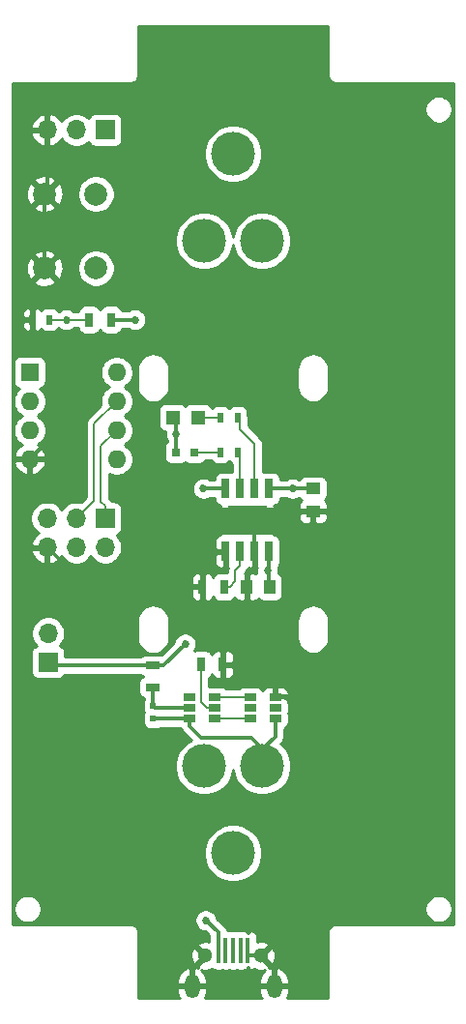
<source format=gtl>
G04 #@! TF.GenerationSoftware,KiCad,Pcbnew,5.1.5+dfsg1-2build2*
G04 #@! TF.CreationDate,2021-06-06T20:08:15-06:00*
G04 #@! TF.ProjectId,flicker_lamp,666c6963-6b65-4725-9f6c-616d702e6b69,rev?*
G04 #@! TF.SameCoordinates,Original*
G04 #@! TF.FileFunction,Copper,L1,Top*
G04 #@! TF.FilePolarity,Positive*
%FSLAX46Y46*%
G04 Gerber Fmt 4.6, Leading zero omitted, Abs format (unit mm)*
G04 Created by KiCad (PCBNEW 5.1.5+dfsg1-2build2) date 2021-06-06 20:08:15*
%MOMM*%
%LPD*%
G04 APERTURE LIST*
%ADD10R,0.500000X0.600000*%
%ADD11R,0.500000X0.900000*%
%ADD12R,0.800000X0.800000*%
%ADD13R,1.200000X1.200000*%
%ADD14R,1.060000X0.650000*%
%ADD15R,3.402000X2.513000*%
%ADD16R,0.700000X1.700000*%
%ADD17O,1.300000X2.100000*%
%ADD18R,0.400000X2.250000*%
%ADD19C,1.300000*%
%ADD20R,1.600000X1.600000*%
%ADD21O,1.600000X1.600000*%
%ADD22C,3.830000*%
%ADD23C,2.000000*%
%ADD24R,0.700000X1.300000*%
%ADD25R,1.250000X1.000000*%
%ADD26R,1.700000X1.700000*%
%ADD27O,1.700000X1.700000*%
%ADD28R,1.300000X0.700000*%
%ADD29R,1.000000X1.250000*%
%ADD30C,0.685800*%
%ADD31C,0.152400*%
%ADD32C,0.304800*%
%ADD33C,0.254000*%
G04 APERTURE END LIST*
D10*
X68000000Y-134630000D03*
X68000000Y-135730000D03*
D11*
X58900000Y-100780000D03*
X57400000Y-100780000D03*
X73900000Y-112380000D03*
X75400000Y-112380000D03*
X73900000Y-109330000D03*
X75400000Y-109330000D03*
D12*
X70000000Y-112380000D03*
X71600000Y-112380000D03*
D13*
X69700000Y-109330000D03*
X71900000Y-109330000D03*
D14*
X78700000Y-135730000D03*
X78700000Y-134780000D03*
X78700000Y-133830000D03*
X76500000Y-133830000D03*
X76500000Y-135730000D03*
X76500000Y-134780000D03*
X73400000Y-135730000D03*
X73400000Y-134780000D03*
X73400000Y-133830000D03*
X71200000Y-133830000D03*
X71200000Y-135730000D03*
X71200000Y-134780000D03*
D15*
X76250000Y-118330000D03*
D16*
X74345000Y-115580000D03*
X75615000Y-115580000D03*
X76885000Y-115580000D03*
X78155000Y-115580000D03*
X78155000Y-121080000D03*
X76885000Y-121080000D03*
X75615000Y-121080000D03*
X74345000Y-121080000D03*
D17*
X78600000Y-159130000D03*
X71400000Y-159130000D03*
D18*
X76300000Y-156005000D03*
X75650000Y-156005000D03*
X75000000Y-156005000D03*
X74350000Y-156005000D03*
X73700000Y-156005000D03*
D19*
X72575000Y-156480000D03*
X77425000Y-156480000D03*
D20*
X57180000Y-105380000D03*
D21*
X64800000Y-113000000D03*
X57180000Y-107920000D03*
X64800000Y-110460000D03*
X57180000Y-110460000D03*
X64800000Y-107920000D03*
X57180000Y-113000000D03*
X64800000Y-105380000D03*
D22*
X77540000Y-139880000D03*
X72460000Y-139880000D03*
X75000000Y-147500000D03*
X75000000Y-86260000D03*
X72460000Y-93880000D03*
X77540000Y-93880000D03*
D23*
X58500000Y-89780000D03*
X63000000Y-89780000D03*
X58500000Y-96280000D03*
X63000000Y-96280000D03*
D24*
X64300000Y-100780000D03*
X62400000Y-100780000D03*
D25*
X82000000Y-115580000D03*
X82000000Y-117580000D03*
D26*
X63800000Y-84180000D03*
D27*
X61260000Y-84180000D03*
X58720000Y-84180000D03*
D26*
X58800000Y-130780000D03*
D27*
X58800000Y-128240000D03*
D24*
X72200000Y-130980000D03*
X74100000Y-130980000D03*
D28*
X68000000Y-132980000D03*
X68000000Y-131080000D03*
D24*
X74200000Y-124180000D03*
X72300000Y-124180000D03*
D26*
X63800000Y-118180000D03*
D27*
X63800000Y-120720000D03*
X61260000Y-118180000D03*
X61260000Y-120720000D03*
X58720000Y-118180000D03*
X58720000Y-120720000D03*
D29*
X78200000Y-124180000D03*
X76200000Y-124180000D03*
D30*
X70000000Y-110780000D03*
X72400000Y-115580000D03*
X78000000Y-122780000D03*
X72600000Y-153380000D03*
X80200000Y-115580000D03*
X70800000Y-129180000D03*
X66400000Y-100780000D03*
X60400000Y-100780000D03*
D31*
X61260000Y-84180000D02*
X61200000Y-84240000D01*
D32*
X74754800Y-130980000D02*
X74100000Y-130980000D01*
X78700000Y-133200200D02*
X76479800Y-130980000D01*
X78700000Y-133830000D02*
X78700000Y-133200200D01*
X76200000Y-130980000D02*
X74754800Y-130980000D01*
X76479800Y-130980000D02*
X76200000Y-130980000D01*
X74100000Y-130980000D02*
X74100000Y-129480000D01*
X72300000Y-127680000D02*
X72300000Y-124980000D01*
X74100000Y-129480000D02*
X72300000Y-127680000D01*
X73690200Y-121080000D02*
X74345000Y-121080000D01*
X72300000Y-122470200D02*
X73690200Y-121080000D01*
X72300000Y-124180000D02*
X72300000Y-122470200D01*
X76885000Y-122234800D02*
X76885000Y-121080000D01*
X76885000Y-122565200D02*
X76885000Y-122234800D01*
X76200000Y-123250200D02*
X76885000Y-122565200D01*
X76200000Y-124180000D02*
X76200000Y-123250200D01*
X57180000Y-120382081D02*
X57180000Y-113000000D01*
X57517919Y-120720000D02*
X57180000Y-120382081D01*
X58720000Y-120720000D02*
X57517919Y-120720000D01*
X58720000Y-89560000D02*
X58500000Y-89780000D01*
X58720000Y-84180000D02*
X58720000Y-89560000D01*
X58500000Y-89780000D02*
X58500000Y-96280000D01*
X82000000Y-124380000D02*
X76200000Y-130180000D01*
X76200000Y-130180000D02*
X76200000Y-130980000D01*
X76200000Y-124980000D02*
X76200000Y-130180000D01*
X76885000Y-118965000D02*
X76250000Y-118330000D01*
X76885000Y-121080000D02*
X76885000Y-118965000D01*
X76250000Y-118330000D02*
X75750000Y-118330000D01*
X76250000Y-118330000D02*
X76050000Y-118330000D01*
X76250000Y-118330000D02*
X75850000Y-118330000D01*
X76250000Y-118330000D02*
X76850000Y-118330000D01*
X76250000Y-118330000D02*
X76750000Y-118330000D01*
X71400000Y-157655000D02*
X72575000Y-156480000D01*
X71400000Y-159130000D02*
X71400000Y-157655000D01*
X78600000Y-157655000D02*
X77425000Y-156480000D01*
X78600000Y-159130000D02*
X78600000Y-157655000D01*
X76325000Y-156480000D02*
X76300000Y-156505000D01*
X77425000Y-156480000D02*
X76325000Y-156480000D01*
X79534800Y-133830000D02*
X78700000Y-133830000D01*
X81000000Y-135295200D02*
X79534800Y-133830000D01*
X81000000Y-152905000D02*
X81000000Y-135295200D01*
X77425000Y-156480000D02*
X81000000Y-152905000D01*
X57400000Y-97380000D02*
X58500000Y-96280000D01*
X57400000Y-100780000D02*
X57400000Y-97380000D01*
X59000000Y-111180000D02*
X57180000Y-113000000D01*
X59000000Y-103380000D02*
X59000000Y-111180000D01*
X57400000Y-101780000D02*
X59000000Y-103380000D01*
X57400000Y-100780000D02*
X57400000Y-101780000D01*
X82000000Y-117580000D02*
X82000000Y-124380000D01*
X60600000Y-122580000D02*
X72300000Y-122580000D01*
X60580000Y-122580000D02*
X60600000Y-122580000D01*
X58720000Y-120720000D02*
X60580000Y-122580000D01*
D31*
X63800000Y-117102400D02*
X63800000Y-118180000D01*
X63400000Y-116702400D02*
X63800000Y-117102400D01*
X63400000Y-111860000D02*
X63400000Y-111980000D01*
X64800000Y-110460000D02*
X63400000Y-111860000D01*
X63400000Y-116702400D02*
X63400000Y-111980000D01*
X62800000Y-116640000D02*
X61260000Y-118180000D01*
X62800000Y-109920000D02*
X62800000Y-109980000D01*
X64800000Y-107920000D02*
X62800000Y-109920000D01*
X62800000Y-109980000D02*
X62800000Y-116640000D01*
D32*
X70000000Y-109330000D02*
X70000000Y-110780000D01*
X70000000Y-112380000D02*
X70000000Y-110780000D01*
X74345000Y-115580000D02*
X72400000Y-115580000D01*
X78155000Y-124135000D02*
X78200000Y-124180000D01*
X78155000Y-122735000D02*
X78045000Y-122735000D01*
X78155000Y-121080000D02*
X78155000Y-122735000D01*
X78045000Y-122735000D02*
X78000000Y-122780000D01*
X78155000Y-122735000D02*
X78155000Y-124135000D01*
X73700000Y-154380000D02*
X73700000Y-156505000D01*
X72600000Y-153380000D02*
X73700000Y-154380000D01*
X78155000Y-115580000D02*
X79000000Y-115580000D01*
X79000000Y-115580000D02*
X80200000Y-115580000D01*
X80200000Y-115580000D02*
X82000000Y-115580000D01*
X68900000Y-131080000D02*
X68000000Y-131080000D01*
X70800000Y-129180000D02*
X68900000Y-131080000D01*
X59100000Y-131080000D02*
X58800000Y-130780000D01*
X68000000Y-131080000D02*
X59100000Y-131080000D01*
X66400000Y-100780000D02*
X64300000Y-100780000D01*
D31*
X58900000Y-100780000D02*
X60400000Y-100780000D01*
X60400000Y-100780000D02*
X62400000Y-100780000D01*
D32*
X77540000Y-138440000D02*
X77540000Y-140380000D01*
X78700000Y-137280000D02*
X77540000Y-138440000D01*
X78700000Y-135730000D02*
X78700000Y-137280000D01*
X77540000Y-138440000D02*
X77540000Y-138320000D01*
X77540000Y-138320000D02*
X76600000Y-137380000D01*
X72200000Y-137359800D02*
X72200000Y-137380000D01*
X71200000Y-135730000D02*
X71200000Y-136359800D01*
X76600000Y-137380000D02*
X72200000Y-137380000D01*
X71600000Y-136780000D02*
X72200000Y-137359800D01*
X71200000Y-136359800D02*
X71600000Y-136780000D01*
X71200000Y-135730000D02*
X68000000Y-135730000D01*
D31*
X72717600Y-134780000D02*
X72200000Y-134262400D01*
X73400000Y-134780000D02*
X72717600Y-134780000D01*
X72200000Y-134262400D02*
X72200000Y-130980000D01*
X73400000Y-135730000D02*
X76500000Y-135730000D01*
X73400000Y-133830000D02*
X76500000Y-133830000D01*
D32*
X68000000Y-132980000D02*
X68000000Y-134630000D01*
X68150000Y-134780000D02*
X68000000Y-134630000D01*
X71200000Y-134780000D02*
X68150000Y-134780000D01*
D31*
X71600000Y-109330000D02*
X73700000Y-109330000D01*
X71600000Y-112380000D02*
X73700000Y-112380000D01*
X76885000Y-111665000D02*
X76885000Y-115580000D01*
X75600000Y-110380000D02*
X76885000Y-111665000D01*
X75600000Y-109330000D02*
X75600000Y-110380000D01*
X75600000Y-115565000D02*
X75615000Y-115580000D01*
X75600000Y-112380000D02*
X75600000Y-115565000D01*
X75615000Y-121080000D02*
X75615000Y-122365000D01*
X75615000Y-122365000D02*
X75200000Y-122780000D01*
X74702400Y-124180000D02*
X74200000Y-124180000D01*
X75200000Y-123682400D02*
X74702400Y-124180000D01*
X75200000Y-122780000D02*
X75200000Y-123682400D01*
D33*
G36*
X79273000Y-119453000D02*
G01*
X73127000Y-119453000D01*
X73127000Y-117307000D01*
X79273000Y-117307000D01*
X79273000Y-119453000D01*
G37*
X79273000Y-119453000D02*
X73127000Y-119453000D01*
X73127000Y-117307000D01*
X79273000Y-117307000D01*
X79273000Y-119453000D01*
G36*
X83315001Y-79346343D02*
G01*
X83311686Y-79380000D01*
X83324912Y-79514283D01*
X83364081Y-79643406D01*
X83427688Y-79762407D01*
X83513289Y-79866711D01*
X83617593Y-79952312D01*
X83736594Y-80015919D01*
X83865717Y-80055088D01*
X83966353Y-80065000D01*
X84000000Y-80068314D01*
X84033647Y-80065000D01*
X94315001Y-80065000D01*
X94315000Y-153695000D01*
X84033647Y-153695000D01*
X84000000Y-153691686D01*
X83966353Y-153695000D01*
X83865717Y-153704912D01*
X83736594Y-153744081D01*
X83617593Y-153807688D01*
X83513289Y-153893289D01*
X83427688Y-153997593D01*
X83364081Y-154116594D01*
X83324912Y-154245717D01*
X83311686Y-154380000D01*
X83315001Y-154413657D01*
X83315000Y-160195000D01*
X79701194Y-160195000D01*
X79738585Y-160139081D01*
X79835533Y-159905251D01*
X79885000Y-159657000D01*
X79885000Y-159257000D01*
X78727000Y-159257000D01*
X78727000Y-159277000D01*
X78473000Y-159277000D01*
X78473000Y-159257000D01*
X77315000Y-159257000D01*
X77315000Y-159657000D01*
X77364467Y-159905251D01*
X77461415Y-160139081D01*
X77498806Y-160195000D01*
X72501194Y-160195000D01*
X72538585Y-160139081D01*
X72635533Y-159905251D01*
X72685000Y-159657000D01*
X72685000Y-159257000D01*
X71527000Y-159257000D01*
X71527000Y-159277000D01*
X71273000Y-159277000D01*
X71273000Y-159257000D01*
X70115000Y-159257000D01*
X70115000Y-159657000D01*
X70164467Y-159905251D01*
X70261415Y-160139081D01*
X70298806Y-160195000D01*
X66685000Y-160195000D01*
X66685000Y-158603000D01*
X70115000Y-158603000D01*
X70115000Y-159003000D01*
X71273000Y-159003000D01*
X71273000Y-157610933D01*
X71527000Y-157610933D01*
X71527000Y-159003000D01*
X72685000Y-159003000D01*
X72685000Y-158603000D01*
X72635533Y-158354749D01*
X72538585Y-158120919D01*
X72397882Y-157910495D01*
X72218830Y-157731564D01*
X72182523Y-157707322D01*
X72398524Y-157759102D01*
X72651455Y-157768952D01*
X72901449Y-157729270D01*
X73127522Y-157645778D01*
X73145506Y-157660537D01*
X73255820Y-157719502D01*
X73375518Y-157755812D01*
X73500000Y-157768072D01*
X73900000Y-157768072D01*
X74024482Y-157755812D01*
X74025000Y-157755655D01*
X74025518Y-157755812D01*
X74150000Y-157768072D01*
X74550000Y-157768072D01*
X74674482Y-157755812D01*
X74675000Y-157755655D01*
X74675518Y-157755812D01*
X74800000Y-157768072D01*
X75200000Y-157768072D01*
X75324482Y-157755812D01*
X75325000Y-157755655D01*
X75325518Y-157755812D01*
X75450000Y-157768072D01*
X75850000Y-157768072D01*
X75974482Y-157755812D01*
X75976401Y-157755230D01*
X76068250Y-157765000D01*
X76136218Y-157697032D01*
X76204494Y-157660537D01*
X76301185Y-157581185D01*
X76373000Y-157493678D01*
X76373000Y-157606250D01*
X76531750Y-157765000D01*
X76631361Y-157754404D01*
X76750652Y-157716779D01*
X76860311Y-157656604D01*
X76877192Y-157642437D01*
X77002374Y-157700095D01*
X77248524Y-157759102D01*
X77501455Y-157768952D01*
X77751449Y-157729270D01*
X77825645Y-157701868D01*
X77781170Y-157731564D01*
X77602118Y-157910495D01*
X77461415Y-158120919D01*
X77364467Y-158354749D01*
X77315000Y-158603000D01*
X77315000Y-159003000D01*
X78473000Y-159003000D01*
X78473000Y-157610933D01*
X78727000Y-157610933D01*
X78727000Y-159003000D01*
X79885000Y-159003000D01*
X79885000Y-158603000D01*
X79835533Y-158354749D01*
X79738585Y-158120919D01*
X79597882Y-157910495D01*
X79418830Y-157731564D01*
X79208311Y-157591003D01*
X78974415Y-157494213D01*
X78925471Y-157486901D01*
X78727000Y-157610933D01*
X78473000Y-157610933D01*
X78274529Y-157486901D01*
X78225585Y-157494213D01*
X78087541Y-157551338D01*
X78130922Y-157365527D01*
X77425000Y-156659605D01*
X77410858Y-156673748D01*
X77231253Y-156494143D01*
X77245395Y-156480000D01*
X77604605Y-156480000D01*
X78310527Y-157185922D01*
X78539201Y-157132534D01*
X78645095Y-156902626D01*
X78704102Y-156656476D01*
X78713952Y-156403545D01*
X78674270Y-156153551D01*
X78586578Y-155916104D01*
X78539201Y-155827466D01*
X78310527Y-155774078D01*
X77604605Y-156480000D01*
X77245395Y-156480000D01*
X77231253Y-156465858D01*
X77410858Y-156286253D01*
X77425000Y-156300395D01*
X78130922Y-155594473D01*
X78077534Y-155365799D01*
X77847626Y-155259905D01*
X77601476Y-155200898D01*
X77348545Y-155191048D01*
X77136803Y-155224658D01*
X77138033Y-154887022D01*
X77127144Y-154762413D01*
X77092153Y-154642322D01*
X77034406Y-154531366D01*
X76956123Y-154433807D01*
X76860311Y-154353396D01*
X76750652Y-154293221D01*
X76631361Y-154255596D01*
X76531750Y-154245000D01*
X76373000Y-154403750D01*
X76373000Y-154516322D01*
X76301185Y-154428815D01*
X76204494Y-154349463D01*
X76136218Y-154312968D01*
X76068250Y-154245000D01*
X75976401Y-154254770D01*
X75974482Y-154254188D01*
X75850000Y-154241928D01*
X75450000Y-154241928D01*
X75325518Y-154254188D01*
X75325000Y-154254345D01*
X75324482Y-154254188D01*
X75200000Y-154241928D01*
X74800000Y-154241928D01*
X74675518Y-154254188D01*
X74675000Y-154254345D01*
X74674482Y-154254188D01*
X74550000Y-154241928D01*
X74477610Y-154241928D01*
X74476006Y-154225643D01*
X74470526Y-154207578D01*
X74467785Y-154188906D01*
X74448057Y-154133506D01*
X74430982Y-154077217D01*
X74422085Y-154060571D01*
X74415753Y-154042791D01*
X74385588Y-153992292D01*
X74357866Y-153940428D01*
X74345894Y-153925840D01*
X74336213Y-153909633D01*
X74296774Y-153865987D01*
X74259469Y-153820531D01*
X74214945Y-153783991D01*
X73558760Y-153187460D01*
X73540320Y-153094757D01*
X73466604Y-152916790D01*
X73359585Y-152756625D01*
X73223375Y-152620415D01*
X73063210Y-152513396D01*
X72885243Y-152439680D01*
X72696315Y-152402100D01*
X72503685Y-152402100D01*
X72314757Y-152439680D01*
X72136790Y-152513396D01*
X71976625Y-152620415D01*
X71840415Y-152756625D01*
X71733396Y-152916790D01*
X71659680Y-153094757D01*
X71622100Y-153283685D01*
X71622100Y-153476315D01*
X71659680Y-153665243D01*
X71733396Y-153843210D01*
X71840415Y-154003375D01*
X71976625Y-154139585D01*
X72136790Y-154246604D01*
X72314757Y-154320320D01*
X72503685Y-154357900D01*
X72505136Y-154357900D01*
X72888958Y-154706829D01*
X72874188Y-154755518D01*
X72861928Y-154880000D01*
X72861928Y-155227376D01*
X72751476Y-155200898D01*
X72498545Y-155191048D01*
X72248551Y-155230730D01*
X72011104Y-155318422D01*
X71922466Y-155365799D01*
X71869078Y-155594473D01*
X72575000Y-156300395D01*
X72589143Y-156286253D01*
X72768748Y-156465858D01*
X72754605Y-156480000D01*
X72768748Y-156494143D01*
X72589143Y-156673748D01*
X72575000Y-156659605D01*
X71869078Y-157365527D01*
X71912459Y-157551338D01*
X71774415Y-157494213D01*
X71725471Y-157486901D01*
X71527000Y-157610933D01*
X71273000Y-157610933D01*
X71074529Y-157486901D01*
X71025585Y-157494213D01*
X70791689Y-157591003D01*
X70581170Y-157731564D01*
X70402118Y-157910495D01*
X70261415Y-158120919D01*
X70164467Y-158354749D01*
X70115000Y-158603000D01*
X66685000Y-158603000D01*
X66685000Y-156556455D01*
X71286048Y-156556455D01*
X71325730Y-156806449D01*
X71413422Y-157043896D01*
X71460799Y-157132534D01*
X71689473Y-157185922D01*
X72395395Y-156480000D01*
X71689473Y-155774078D01*
X71460799Y-155827466D01*
X71354905Y-156057374D01*
X71295898Y-156303524D01*
X71286048Y-156556455D01*
X66685000Y-156556455D01*
X66685000Y-154413646D01*
X66688314Y-154380000D01*
X66675088Y-154245717D01*
X66635919Y-154116594D01*
X66572312Y-153997593D01*
X66486711Y-153893289D01*
X66382407Y-153807688D01*
X66263406Y-153744081D01*
X66134283Y-153704912D01*
X66033647Y-153695000D01*
X66000000Y-153691686D01*
X65966353Y-153695000D01*
X55685000Y-153695000D01*
X55685000Y-152260727D01*
X55789000Y-152260727D01*
X55789000Y-152499273D01*
X55835538Y-152733236D01*
X55926825Y-152953624D01*
X56059354Y-153151968D01*
X56228032Y-153320646D01*
X56426376Y-153453175D01*
X56646764Y-153544462D01*
X56880727Y-153591000D01*
X57119273Y-153591000D01*
X57353236Y-153544462D01*
X57573624Y-153453175D01*
X57771968Y-153320646D01*
X57940646Y-153151968D01*
X58073175Y-152953624D01*
X58164462Y-152733236D01*
X58211000Y-152499273D01*
X58211000Y-152260727D01*
X91789000Y-152260727D01*
X91789000Y-152499273D01*
X91835538Y-152733236D01*
X91926825Y-152953624D01*
X92059354Y-153151968D01*
X92228032Y-153320646D01*
X92426376Y-153453175D01*
X92646764Y-153544462D01*
X92880727Y-153591000D01*
X93119273Y-153591000D01*
X93353236Y-153544462D01*
X93573624Y-153453175D01*
X93771968Y-153320646D01*
X93940646Y-153151968D01*
X94073175Y-152953624D01*
X94164462Y-152733236D01*
X94211000Y-152499273D01*
X94211000Y-152260727D01*
X94164462Y-152026764D01*
X94073175Y-151806376D01*
X93940646Y-151608032D01*
X93771968Y-151439354D01*
X93573624Y-151306825D01*
X93353236Y-151215538D01*
X93119273Y-151169000D01*
X92880727Y-151169000D01*
X92646764Y-151215538D01*
X92426376Y-151306825D01*
X92228032Y-151439354D01*
X92059354Y-151608032D01*
X91926825Y-151806376D01*
X91835538Y-152026764D01*
X91789000Y-152260727D01*
X58211000Y-152260727D01*
X58164462Y-152026764D01*
X58073175Y-151806376D01*
X57940646Y-151608032D01*
X57771968Y-151439354D01*
X57573624Y-151306825D01*
X57353236Y-151215538D01*
X57119273Y-151169000D01*
X56880727Y-151169000D01*
X56646764Y-151215538D01*
X56426376Y-151306825D01*
X56228032Y-151439354D01*
X56059354Y-151608032D01*
X55926825Y-151806376D01*
X55835538Y-152026764D01*
X55789000Y-152260727D01*
X55685000Y-152260727D01*
X55685000Y-147248847D01*
X72450000Y-147248847D01*
X72450000Y-147751153D01*
X72547995Y-148243807D01*
X72740220Y-148707878D01*
X73019286Y-149125530D01*
X73374470Y-149480714D01*
X73792122Y-149759780D01*
X74256193Y-149952005D01*
X74748847Y-150050000D01*
X75251153Y-150050000D01*
X75743807Y-149952005D01*
X76207878Y-149759780D01*
X76625530Y-149480714D01*
X76980714Y-149125530D01*
X77259780Y-148707878D01*
X77452005Y-148243807D01*
X77550000Y-147751153D01*
X77550000Y-147248847D01*
X77452005Y-146756193D01*
X77259780Y-146292122D01*
X76980714Y-145874470D01*
X76625530Y-145519286D01*
X76207878Y-145240220D01*
X75743807Y-145047995D01*
X75251153Y-144950000D01*
X74748847Y-144950000D01*
X74256193Y-145047995D01*
X73792122Y-145240220D01*
X73374470Y-145519286D01*
X73019286Y-145874470D01*
X72740220Y-146292122D01*
X72547995Y-146756193D01*
X72450000Y-147248847D01*
X55685000Y-147248847D01*
X55685000Y-129930000D01*
X57311928Y-129930000D01*
X57311928Y-131630000D01*
X57324188Y-131754482D01*
X57360498Y-131874180D01*
X57419463Y-131984494D01*
X57498815Y-132081185D01*
X57595506Y-132160537D01*
X57705820Y-132219502D01*
X57825518Y-132255812D01*
X57950000Y-132268072D01*
X59650000Y-132268072D01*
X59774482Y-132255812D01*
X59894180Y-132219502D01*
X60004494Y-132160537D01*
X60101185Y-132081185D01*
X60180537Y-131984494D01*
X60239502Y-131874180D01*
X60241559Y-131867400D01*
X66887502Y-131867400D01*
X66898815Y-131881185D01*
X66995506Y-131960537D01*
X67105820Y-132019502D01*
X67140427Y-132030000D01*
X67105820Y-132040498D01*
X66995506Y-132099463D01*
X66898815Y-132178815D01*
X66819463Y-132275506D01*
X66760498Y-132385820D01*
X66724188Y-132505518D01*
X66711928Y-132630000D01*
X66711928Y-133330000D01*
X66724188Y-133454482D01*
X66760498Y-133574180D01*
X66819463Y-133684494D01*
X66898815Y-133781185D01*
X66995506Y-133860537D01*
X67105820Y-133919502D01*
X67212601Y-133951894D01*
X67212601Y-133988344D01*
X67160498Y-134085820D01*
X67124188Y-134205518D01*
X67111928Y-134330000D01*
X67111928Y-134930000D01*
X67124188Y-135054482D01*
X67160498Y-135174180D01*
X67163609Y-135180000D01*
X67160498Y-135185820D01*
X67124188Y-135305518D01*
X67111928Y-135430000D01*
X67111928Y-136030000D01*
X67124188Y-136154482D01*
X67160498Y-136274180D01*
X67219463Y-136384494D01*
X67298815Y-136481185D01*
X67395506Y-136560537D01*
X67505820Y-136619502D01*
X67625518Y-136655812D01*
X67750000Y-136668072D01*
X68250000Y-136668072D01*
X68374482Y-136655812D01*
X68494180Y-136619502D01*
X68604494Y-136560537D01*
X68657057Y-136517400D01*
X70232481Y-136517400D01*
X70315506Y-136585537D01*
X70425820Y-136644502D01*
X70467355Y-136657102D01*
X70469018Y-136662583D01*
X70501009Y-136722433D01*
X70531511Y-136783041D01*
X70537527Y-136790750D01*
X70542135Y-136799372D01*
X70585183Y-136851826D01*
X70603021Y-136874687D01*
X70609719Y-136881723D01*
X70640532Y-136919269D01*
X70663057Y-136937755D01*
X71014375Y-137306814D01*
X71025028Y-137319351D01*
X71041018Y-137334802D01*
X71056350Y-137350909D01*
X71068808Y-137361657D01*
X71311098Y-137595791D01*
X71252122Y-137620220D01*
X70834470Y-137899286D01*
X70479286Y-138254470D01*
X70200220Y-138672122D01*
X70007995Y-139136193D01*
X69910000Y-139628847D01*
X69910000Y-140131153D01*
X70007995Y-140623807D01*
X70200220Y-141087878D01*
X70479286Y-141505530D01*
X70834470Y-141860714D01*
X71252122Y-142139780D01*
X71716193Y-142332005D01*
X72208847Y-142430000D01*
X72711153Y-142430000D01*
X73203807Y-142332005D01*
X73667878Y-142139780D01*
X74085530Y-141860714D01*
X74440714Y-141505530D01*
X74719780Y-141087878D01*
X74912005Y-140623807D01*
X75000000Y-140181426D01*
X75087995Y-140623807D01*
X75280220Y-141087878D01*
X75559286Y-141505530D01*
X75914470Y-141860714D01*
X76332122Y-142139780D01*
X76796193Y-142332005D01*
X77288847Y-142430000D01*
X77791153Y-142430000D01*
X78283807Y-142332005D01*
X78747878Y-142139780D01*
X79165530Y-141860714D01*
X79520714Y-141505530D01*
X79799780Y-141087878D01*
X79992005Y-140623807D01*
X80090000Y-140131153D01*
X80090000Y-139628847D01*
X79992005Y-139136193D01*
X79799780Y-138672122D01*
X79520714Y-138254470D01*
X79179898Y-137913654D01*
X79229433Y-137864119D01*
X79259469Y-137839469D01*
X79284119Y-137809433D01*
X79284122Y-137809430D01*
X79357866Y-137719573D01*
X79430982Y-137582783D01*
X79476006Y-137434357D01*
X79477551Y-137418672D01*
X79487400Y-137318673D01*
X79487400Y-137318665D01*
X79491208Y-137280000D01*
X79487400Y-137241335D01*
X79487400Y-136637436D01*
X79584494Y-136585537D01*
X79681185Y-136506185D01*
X79760537Y-136409494D01*
X79819502Y-136299180D01*
X79855812Y-136179482D01*
X79868072Y-136055000D01*
X79868072Y-135405000D01*
X79855812Y-135280518D01*
X79848071Y-135255000D01*
X79855812Y-135229482D01*
X79868072Y-135105000D01*
X79868072Y-134455000D01*
X79855812Y-134330518D01*
X79848071Y-134305000D01*
X79855812Y-134279482D01*
X79868072Y-134155000D01*
X79865000Y-134115750D01*
X79706250Y-133957000D01*
X79624141Y-133957000D01*
X79584494Y-133924463D01*
X79474180Y-133865498D01*
X79354482Y-133829188D01*
X79230000Y-133816928D01*
X78553000Y-133816928D01*
X78553000Y-133703000D01*
X78573000Y-133703000D01*
X78573000Y-133028750D01*
X78827000Y-133028750D01*
X78827000Y-133703000D01*
X79706250Y-133703000D01*
X79865000Y-133544250D01*
X79868072Y-133505000D01*
X79855812Y-133380518D01*
X79819502Y-133260820D01*
X79760537Y-133150506D01*
X79681185Y-133053815D01*
X79584494Y-132974463D01*
X79474180Y-132915498D01*
X79354482Y-132879188D01*
X79230000Y-132866928D01*
X78985750Y-132870000D01*
X78827000Y-133028750D01*
X78573000Y-133028750D01*
X78414250Y-132870000D01*
X78170000Y-132866928D01*
X78045518Y-132879188D01*
X77925820Y-132915498D01*
X77815506Y-132974463D01*
X77718815Y-133053815D01*
X77639463Y-133150506D01*
X77600000Y-133224335D01*
X77560537Y-133150506D01*
X77481185Y-133053815D01*
X77384494Y-132974463D01*
X77274180Y-132915498D01*
X77154482Y-132879188D01*
X77030000Y-132866928D01*
X75970000Y-132866928D01*
X75845518Y-132879188D01*
X75725820Y-132915498D01*
X75615506Y-132974463D01*
X75518815Y-133053815D01*
X75465483Y-133118800D01*
X74434517Y-133118800D01*
X74381185Y-133053815D01*
X74284494Y-132974463D01*
X74174180Y-132915498D01*
X74054482Y-132879188D01*
X73930000Y-132866928D01*
X72911200Y-132866928D01*
X72911200Y-132155034D01*
X73001185Y-132081185D01*
X73080537Y-131984494D01*
X73139502Y-131874180D01*
X73150000Y-131839573D01*
X73160498Y-131874180D01*
X73219463Y-131984494D01*
X73298815Y-132081185D01*
X73395506Y-132160537D01*
X73505820Y-132219502D01*
X73625518Y-132255812D01*
X73750000Y-132268072D01*
X73814250Y-132265000D01*
X73973000Y-132106250D01*
X73973000Y-131107000D01*
X74227000Y-131107000D01*
X74227000Y-132106250D01*
X74385750Y-132265000D01*
X74450000Y-132268072D01*
X74574482Y-132255812D01*
X74694180Y-132219502D01*
X74804494Y-132160537D01*
X74901185Y-132081185D01*
X74980537Y-131984494D01*
X75039502Y-131874180D01*
X75075812Y-131754482D01*
X75088072Y-131630000D01*
X75085000Y-131265750D01*
X74926250Y-131107000D01*
X74227000Y-131107000D01*
X73973000Y-131107000D01*
X73953000Y-131107000D01*
X73953000Y-130853000D01*
X73973000Y-130853000D01*
X73973000Y-129853750D01*
X74227000Y-129853750D01*
X74227000Y-130853000D01*
X74926250Y-130853000D01*
X75085000Y-130694250D01*
X75088072Y-130330000D01*
X75075812Y-130205518D01*
X75039502Y-130085820D01*
X74980537Y-129975506D01*
X74901185Y-129878815D01*
X74804494Y-129799463D01*
X74694180Y-129740498D01*
X74574482Y-129704188D01*
X74450000Y-129691928D01*
X74385750Y-129695000D01*
X74227000Y-129853750D01*
X73973000Y-129853750D01*
X73814250Y-129695000D01*
X73750000Y-129691928D01*
X73625518Y-129704188D01*
X73505820Y-129740498D01*
X73395506Y-129799463D01*
X73298815Y-129878815D01*
X73219463Y-129975506D01*
X73160498Y-130085820D01*
X73150000Y-130120427D01*
X73139502Y-130085820D01*
X73080537Y-129975506D01*
X73001185Y-129878815D01*
X72904494Y-129799463D01*
X72794180Y-129740498D01*
X72674482Y-129704188D01*
X72550000Y-129691928D01*
X71850000Y-129691928D01*
X71725518Y-129704188D01*
X71605820Y-129740498D01*
X71599253Y-129744008D01*
X71666604Y-129643210D01*
X71740320Y-129465243D01*
X71777900Y-129276315D01*
X71777900Y-129083685D01*
X71740320Y-128894757D01*
X71666604Y-128716790D01*
X71559585Y-128556625D01*
X71423375Y-128420415D01*
X71263210Y-128313396D01*
X71085243Y-128239680D01*
X70896315Y-128202100D01*
X70703685Y-128202100D01*
X70514757Y-128239680D01*
X70336790Y-128313396D01*
X70176625Y-128420415D01*
X70040415Y-128556625D01*
X69933396Y-128716790D01*
X69859680Y-128894757D01*
X69831867Y-129034582D01*
X68763357Y-130103092D01*
X68650000Y-130091928D01*
X67350000Y-130091928D01*
X67225518Y-130104188D01*
X67105820Y-130140498D01*
X66995506Y-130199463D01*
X66898815Y-130278815D01*
X66887502Y-130292600D01*
X60288072Y-130292600D01*
X60288072Y-129930000D01*
X60275812Y-129805518D01*
X60239502Y-129685820D01*
X60180537Y-129575506D01*
X60101185Y-129478815D01*
X60004494Y-129399463D01*
X59894180Y-129340498D01*
X59821620Y-129318487D01*
X59953475Y-129186632D01*
X60115990Y-128943411D01*
X60227932Y-128673158D01*
X60285000Y-128386260D01*
X60285000Y-128093740D01*
X60227932Y-127806842D01*
X60115990Y-127536589D01*
X59953475Y-127293368D01*
X59746632Y-127086525D01*
X59709874Y-127061964D01*
X66615000Y-127061964D01*
X66615000Y-128698037D01*
X66635040Y-128901507D01*
X66714237Y-129162581D01*
X66842844Y-129403188D01*
X67015920Y-129614081D01*
X67226813Y-129787157D01*
X67467420Y-129915764D01*
X67728494Y-129994960D01*
X68000000Y-130021701D01*
X68271507Y-129994960D01*
X68532581Y-129915764D01*
X68773188Y-129787157D01*
X68984081Y-129614081D01*
X69157157Y-129403188D01*
X69285764Y-129162581D01*
X69364960Y-128901507D01*
X69385000Y-128698037D01*
X69385000Y-127061964D01*
X80615000Y-127061964D01*
X80615000Y-128698037D01*
X80635040Y-128901507D01*
X80714237Y-129162581D01*
X80842844Y-129403188D01*
X81015920Y-129614081D01*
X81226813Y-129787157D01*
X81467420Y-129915764D01*
X81728494Y-129994960D01*
X82000000Y-130021701D01*
X82271507Y-129994960D01*
X82532581Y-129915764D01*
X82773188Y-129787157D01*
X82984081Y-129614081D01*
X83157157Y-129403188D01*
X83285764Y-129162581D01*
X83364960Y-128901507D01*
X83385000Y-128698037D01*
X83385000Y-127061963D01*
X83364960Y-126858493D01*
X83285764Y-126597419D01*
X83157157Y-126356812D01*
X82984080Y-126145919D01*
X82773187Y-125972843D01*
X82532580Y-125844236D01*
X82271506Y-125765040D01*
X82000000Y-125738299D01*
X81728493Y-125765040D01*
X81467419Y-125844236D01*
X81226812Y-125972843D01*
X81015919Y-126145920D01*
X80842843Y-126356813D01*
X80714236Y-126597420D01*
X80635040Y-126858494D01*
X80615000Y-127061964D01*
X69385000Y-127061964D01*
X69385000Y-127061963D01*
X69364960Y-126858493D01*
X69285764Y-126597419D01*
X69157157Y-126356812D01*
X68984080Y-126145919D01*
X68773187Y-125972843D01*
X68532580Y-125844236D01*
X68271506Y-125765040D01*
X68000000Y-125738299D01*
X67728493Y-125765040D01*
X67467419Y-125844236D01*
X67226812Y-125972843D01*
X67015919Y-126145920D01*
X66842843Y-126356813D01*
X66714236Y-126597420D01*
X66635040Y-126858494D01*
X66615000Y-127061964D01*
X59709874Y-127061964D01*
X59503411Y-126924010D01*
X59233158Y-126812068D01*
X58946260Y-126755000D01*
X58653740Y-126755000D01*
X58366842Y-126812068D01*
X58096589Y-126924010D01*
X57853368Y-127086525D01*
X57646525Y-127293368D01*
X57484010Y-127536589D01*
X57372068Y-127806842D01*
X57315000Y-128093740D01*
X57315000Y-128386260D01*
X57372068Y-128673158D01*
X57484010Y-128943411D01*
X57646525Y-129186632D01*
X57778380Y-129318487D01*
X57705820Y-129340498D01*
X57595506Y-129399463D01*
X57498815Y-129478815D01*
X57419463Y-129575506D01*
X57360498Y-129685820D01*
X57324188Y-129805518D01*
X57311928Y-129930000D01*
X55685000Y-129930000D01*
X55685000Y-124830000D01*
X71311928Y-124830000D01*
X71324188Y-124954482D01*
X71360498Y-125074180D01*
X71419463Y-125184494D01*
X71498815Y-125281185D01*
X71595506Y-125360537D01*
X71705820Y-125419502D01*
X71825518Y-125455812D01*
X71950000Y-125468072D01*
X72014250Y-125465000D01*
X72173000Y-125306250D01*
X72173000Y-124307000D01*
X71473750Y-124307000D01*
X71315000Y-124465750D01*
X71311928Y-124830000D01*
X55685000Y-124830000D01*
X55685000Y-123530000D01*
X71311928Y-123530000D01*
X71315000Y-123894250D01*
X71473750Y-124053000D01*
X72173000Y-124053000D01*
X72173000Y-123053750D01*
X72427000Y-123053750D01*
X72427000Y-124053000D01*
X72447000Y-124053000D01*
X72447000Y-124307000D01*
X72427000Y-124307000D01*
X72427000Y-125306250D01*
X72585750Y-125465000D01*
X72650000Y-125468072D01*
X72774482Y-125455812D01*
X72894180Y-125419502D01*
X73004494Y-125360537D01*
X73101185Y-125281185D01*
X73180537Y-125184494D01*
X73239502Y-125074180D01*
X73250000Y-125039573D01*
X73260498Y-125074180D01*
X73319463Y-125184494D01*
X73398815Y-125281185D01*
X73495506Y-125360537D01*
X73605820Y-125419502D01*
X73725518Y-125455812D01*
X73850000Y-125468072D01*
X74550000Y-125468072D01*
X74674482Y-125455812D01*
X74794180Y-125419502D01*
X74904494Y-125360537D01*
X75001185Y-125281185D01*
X75080537Y-125184494D01*
X75131681Y-125088811D01*
X75169463Y-125159494D01*
X75248815Y-125256185D01*
X75345506Y-125335537D01*
X75455820Y-125394502D01*
X75575518Y-125430812D01*
X75700000Y-125443072D01*
X75914250Y-125440000D01*
X76073000Y-125281250D01*
X76073000Y-124307000D01*
X76053000Y-124307000D01*
X76053000Y-124053000D01*
X76073000Y-124053000D01*
X76073000Y-123078750D01*
X75990019Y-122995769D01*
X76093190Y-122892598D01*
X76120327Y-122870327D01*
X76209202Y-122762033D01*
X76218272Y-122745064D01*
X76275242Y-122638482D01*
X76309605Y-122525200D01*
X76410518Y-122555812D01*
X76535000Y-122568072D01*
X76599250Y-122565000D01*
X76758000Y-122406250D01*
X76758000Y-121207000D01*
X76738000Y-121207000D01*
X76738000Y-120953000D01*
X76758000Y-120953000D01*
X76758000Y-120933000D01*
X77012000Y-120933000D01*
X77012000Y-120953000D01*
X77032000Y-120953000D01*
X77032000Y-121207000D01*
X77012000Y-121207000D01*
X77012000Y-122406250D01*
X77071638Y-122465888D01*
X77059680Y-122494757D01*
X77022100Y-122683685D01*
X77022100Y-122876315D01*
X77051220Y-123022713D01*
X76944180Y-122965498D01*
X76824482Y-122929188D01*
X76700000Y-122916928D01*
X76485750Y-122920000D01*
X76327000Y-123078750D01*
X76327000Y-124053000D01*
X76347000Y-124053000D01*
X76347000Y-124307000D01*
X76327000Y-124307000D01*
X76327000Y-125281250D01*
X76485750Y-125440000D01*
X76700000Y-125443072D01*
X76824482Y-125430812D01*
X76944180Y-125394502D01*
X77054494Y-125335537D01*
X77151185Y-125256185D01*
X77200000Y-125196704D01*
X77248815Y-125256185D01*
X77345506Y-125335537D01*
X77455820Y-125394502D01*
X77575518Y-125430812D01*
X77700000Y-125443072D01*
X78700000Y-125443072D01*
X78824482Y-125430812D01*
X78944180Y-125394502D01*
X79054494Y-125335537D01*
X79151185Y-125256185D01*
X79230537Y-125159494D01*
X79289502Y-125049180D01*
X79325812Y-124929482D01*
X79338072Y-124805000D01*
X79338072Y-123555000D01*
X79325812Y-123430518D01*
X79289502Y-123310820D01*
X79230537Y-123200506D01*
X79151185Y-123103815D01*
X79054494Y-123024463D01*
X78958625Y-122973219D01*
X78977900Y-122876315D01*
X78977900Y-122683685D01*
X78942400Y-122505214D01*
X78942400Y-122392498D01*
X78956185Y-122381185D01*
X79035537Y-122284494D01*
X79094502Y-122174180D01*
X79130812Y-122054482D01*
X79143072Y-121930000D01*
X79143072Y-120230000D01*
X79130812Y-120105518D01*
X79094502Y-119985820D01*
X79035537Y-119875506D01*
X78956185Y-119778815D01*
X78859494Y-119699463D01*
X78749180Y-119640498D01*
X78629482Y-119604188D01*
X78587735Y-119600076D01*
X78589072Y-119586500D01*
X78586000Y-118615750D01*
X78427250Y-118457000D01*
X76377000Y-118457000D01*
X76377000Y-118477000D01*
X76123000Y-118477000D01*
X76123000Y-118457000D01*
X74072750Y-118457000D01*
X73914000Y-118615750D01*
X73910928Y-119586500D01*
X73912265Y-119600076D01*
X73870518Y-119604188D01*
X73750820Y-119640498D01*
X73640506Y-119699463D01*
X73543815Y-119778815D01*
X73464463Y-119875506D01*
X73405498Y-119985820D01*
X73369188Y-120105518D01*
X73356928Y-120230000D01*
X73360000Y-120794250D01*
X73518750Y-120953000D01*
X74218000Y-120953000D01*
X74218000Y-120933000D01*
X74472000Y-120933000D01*
X74472000Y-120953000D01*
X74492000Y-120953000D01*
X74492000Y-121207000D01*
X74472000Y-121207000D01*
X74472000Y-122406250D01*
X74551083Y-122485333D01*
X74539758Y-122506520D01*
X74499091Y-122640581D01*
X74488800Y-122745065D01*
X74488800Y-122745074D01*
X74485360Y-122780000D01*
X74488800Y-122814926D01*
X74488800Y-122891928D01*
X73850000Y-122891928D01*
X73725518Y-122904188D01*
X73605820Y-122940498D01*
X73495506Y-122999463D01*
X73398815Y-123078815D01*
X73319463Y-123175506D01*
X73260498Y-123285820D01*
X73250000Y-123320427D01*
X73239502Y-123285820D01*
X73180537Y-123175506D01*
X73101185Y-123078815D01*
X73004494Y-122999463D01*
X72894180Y-122940498D01*
X72774482Y-122904188D01*
X72650000Y-122891928D01*
X72585750Y-122895000D01*
X72427000Y-123053750D01*
X72173000Y-123053750D01*
X72014250Y-122895000D01*
X71950000Y-122891928D01*
X71825518Y-122904188D01*
X71705820Y-122940498D01*
X71595506Y-122999463D01*
X71498815Y-123078815D01*
X71419463Y-123175506D01*
X71360498Y-123285820D01*
X71324188Y-123405518D01*
X71311928Y-123530000D01*
X55685000Y-123530000D01*
X55685000Y-121076891D01*
X57278519Y-121076891D01*
X57375843Y-121351252D01*
X57524822Y-121601355D01*
X57719731Y-121817588D01*
X57953080Y-121991641D01*
X58215901Y-122116825D01*
X58363110Y-122161476D01*
X58593000Y-122040155D01*
X58593000Y-120847000D01*
X57399186Y-120847000D01*
X57278519Y-121076891D01*
X55685000Y-121076891D01*
X55685000Y-118033740D01*
X57235000Y-118033740D01*
X57235000Y-118326260D01*
X57292068Y-118613158D01*
X57404010Y-118883411D01*
X57566525Y-119126632D01*
X57773368Y-119333475D01*
X57949406Y-119451100D01*
X57719731Y-119622412D01*
X57524822Y-119838645D01*
X57375843Y-120088748D01*
X57278519Y-120363109D01*
X57399186Y-120593000D01*
X58593000Y-120593000D01*
X58593000Y-120573000D01*
X58847000Y-120573000D01*
X58847000Y-120593000D01*
X58867000Y-120593000D01*
X58867000Y-120847000D01*
X58847000Y-120847000D01*
X58847000Y-122040155D01*
X59076890Y-122161476D01*
X59224099Y-122116825D01*
X59486920Y-121991641D01*
X59720269Y-121817588D01*
X59915178Y-121601355D01*
X59984805Y-121484466D01*
X60106525Y-121666632D01*
X60313368Y-121873475D01*
X60556589Y-122035990D01*
X60826842Y-122147932D01*
X61113740Y-122205000D01*
X61406260Y-122205000D01*
X61693158Y-122147932D01*
X61963411Y-122035990D01*
X62206632Y-121873475D01*
X62413475Y-121666632D01*
X62530000Y-121492240D01*
X62646525Y-121666632D01*
X62853368Y-121873475D01*
X63096589Y-122035990D01*
X63366842Y-122147932D01*
X63653740Y-122205000D01*
X63946260Y-122205000D01*
X64233158Y-122147932D01*
X64503411Y-122035990D01*
X64662036Y-121930000D01*
X73356928Y-121930000D01*
X73369188Y-122054482D01*
X73405498Y-122174180D01*
X73464463Y-122284494D01*
X73543815Y-122381185D01*
X73640506Y-122460537D01*
X73750820Y-122519502D01*
X73870518Y-122555812D01*
X73995000Y-122568072D01*
X74059250Y-122565000D01*
X74218000Y-122406250D01*
X74218000Y-121207000D01*
X73518750Y-121207000D01*
X73360000Y-121365750D01*
X73356928Y-121930000D01*
X64662036Y-121930000D01*
X64746632Y-121873475D01*
X64953475Y-121666632D01*
X65115990Y-121423411D01*
X65227932Y-121153158D01*
X65285000Y-120866260D01*
X65285000Y-120573740D01*
X65227932Y-120286842D01*
X65115990Y-120016589D01*
X64953475Y-119773368D01*
X64821620Y-119641513D01*
X64894180Y-119619502D01*
X65004494Y-119560537D01*
X65101185Y-119481185D01*
X65180537Y-119384494D01*
X65239502Y-119274180D01*
X65275812Y-119154482D01*
X65288072Y-119030000D01*
X65288072Y-117330000D01*
X65275812Y-117205518D01*
X65239502Y-117085820D01*
X65180537Y-116975506D01*
X65101185Y-116878815D01*
X65004494Y-116799463D01*
X64894180Y-116740498D01*
X64774482Y-116704188D01*
X64650000Y-116691928D01*
X64383173Y-116691928D01*
X64340556Y-116640000D01*
X64327597Y-116624209D01*
X64327593Y-116624205D01*
X64305326Y-116597073D01*
X64278195Y-116574807D01*
X64111200Y-116407812D01*
X64111200Y-114265618D01*
X64120273Y-114271680D01*
X64381426Y-114379853D01*
X64658665Y-114435000D01*
X64941335Y-114435000D01*
X65218574Y-114379853D01*
X65479727Y-114271680D01*
X65714759Y-114114637D01*
X65914637Y-113914759D01*
X66071680Y-113679727D01*
X66179853Y-113418574D01*
X66235000Y-113141335D01*
X66235000Y-112858665D01*
X66179853Y-112581426D01*
X66071680Y-112320273D01*
X65914637Y-112085241D01*
X65714759Y-111885363D01*
X65482241Y-111730000D01*
X65714759Y-111574637D01*
X65914637Y-111374759D01*
X66071680Y-111139727D01*
X66179853Y-110878574D01*
X66235000Y-110601335D01*
X66235000Y-110318665D01*
X66179853Y-110041426D01*
X66071680Y-109780273D01*
X65914637Y-109545241D01*
X65714759Y-109345363D01*
X65482241Y-109190000D01*
X65714759Y-109034637D01*
X65914637Y-108834759D01*
X65984634Y-108730000D01*
X68461928Y-108730000D01*
X68461928Y-109930000D01*
X68474188Y-110054482D01*
X68510498Y-110174180D01*
X68569463Y-110284494D01*
X68648815Y-110381185D01*
X68745506Y-110460537D01*
X68855820Y-110519502D01*
X68975518Y-110555812D01*
X69046152Y-110562769D01*
X69022100Y-110683685D01*
X69022100Y-110876315D01*
X69059680Y-111065243D01*
X69133396Y-111243210D01*
X69212601Y-111361748D01*
X69212601Y-111476468D01*
X69148815Y-111528815D01*
X69069463Y-111625506D01*
X69010498Y-111735820D01*
X68974188Y-111855518D01*
X68961928Y-111980000D01*
X68961928Y-112780000D01*
X68974188Y-112904482D01*
X69010498Y-113024180D01*
X69069463Y-113134494D01*
X69148815Y-113231185D01*
X69245506Y-113310537D01*
X69355820Y-113369502D01*
X69475518Y-113405812D01*
X69600000Y-113418072D01*
X70400000Y-113418072D01*
X70524482Y-113405812D01*
X70644180Y-113369502D01*
X70754494Y-113310537D01*
X70800000Y-113273191D01*
X70845506Y-113310537D01*
X70955820Y-113369502D01*
X71075518Y-113405812D01*
X71200000Y-113418072D01*
X72000000Y-113418072D01*
X72124482Y-113405812D01*
X72244180Y-113369502D01*
X72354494Y-113310537D01*
X72451185Y-113231185D01*
X72530537Y-113134494D01*
X72553678Y-113091200D01*
X73069596Y-113091200D01*
X73119463Y-113184494D01*
X73198815Y-113281185D01*
X73295506Y-113360537D01*
X73405820Y-113419502D01*
X73525518Y-113455812D01*
X73650000Y-113468072D01*
X74150000Y-113468072D01*
X74274482Y-113455812D01*
X74394180Y-113419502D01*
X74504494Y-113360537D01*
X74601185Y-113281185D01*
X74650000Y-113221704D01*
X74698815Y-113281185D01*
X74795506Y-113360537D01*
X74888800Y-113410405D01*
X74888801Y-114125216D01*
X74819482Y-114104188D01*
X74695000Y-114091928D01*
X73995000Y-114091928D01*
X73870518Y-114104188D01*
X73750820Y-114140498D01*
X73640506Y-114199463D01*
X73543815Y-114278815D01*
X73464463Y-114375506D01*
X73405498Y-114485820D01*
X73369188Y-114605518D01*
X73356928Y-114730000D01*
X73356928Y-114792600D01*
X72981747Y-114792600D01*
X72863210Y-114713396D01*
X72685243Y-114639680D01*
X72496315Y-114602100D01*
X72303685Y-114602100D01*
X72114757Y-114639680D01*
X71936790Y-114713396D01*
X71776625Y-114820415D01*
X71640415Y-114956625D01*
X71533396Y-115116790D01*
X71459680Y-115294757D01*
X71422100Y-115483685D01*
X71422100Y-115676315D01*
X71459680Y-115865243D01*
X71533396Y-116043210D01*
X71640415Y-116203375D01*
X71776625Y-116339585D01*
X71936790Y-116446604D01*
X72114757Y-116520320D01*
X72303685Y-116557900D01*
X72496315Y-116557900D01*
X72685243Y-116520320D01*
X72863210Y-116446604D01*
X72981747Y-116367400D01*
X73356928Y-116367400D01*
X73356928Y-116430000D01*
X73369188Y-116554482D01*
X73405498Y-116674180D01*
X73464463Y-116784494D01*
X73543815Y-116881185D01*
X73640506Y-116960537D01*
X73750820Y-117019502D01*
X73870518Y-117055812D01*
X73912265Y-117059924D01*
X73910928Y-117073500D01*
X73914000Y-118044250D01*
X74072750Y-118203000D01*
X76123000Y-118203000D01*
X76123000Y-118183000D01*
X76377000Y-118183000D01*
X76377000Y-118203000D01*
X78427250Y-118203000D01*
X78550250Y-118080000D01*
X80736928Y-118080000D01*
X80749188Y-118204482D01*
X80785498Y-118324180D01*
X80844463Y-118434494D01*
X80923815Y-118531185D01*
X81020506Y-118610537D01*
X81130820Y-118669502D01*
X81250518Y-118705812D01*
X81375000Y-118718072D01*
X81714250Y-118715000D01*
X81873000Y-118556250D01*
X81873000Y-117707000D01*
X82127000Y-117707000D01*
X82127000Y-118556250D01*
X82285750Y-118715000D01*
X82625000Y-118718072D01*
X82749482Y-118705812D01*
X82869180Y-118669502D01*
X82979494Y-118610537D01*
X83076185Y-118531185D01*
X83155537Y-118434494D01*
X83214502Y-118324180D01*
X83250812Y-118204482D01*
X83263072Y-118080000D01*
X83260000Y-117865750D01*
X83101250Y-117707000D01*
X82127000Y-117707000D01*
X81873000Y-117707000D01*
X80898750Y-117707000D01*
X80740000Y-117865750D01*
X80736928Y-118080000D01*
X78550250Y-118080000D01*
X78586000Y-118044250D01*
X78589072Y-117073500D01*
X78587735Y-117059924D01*
X78629482Y-117055812D01*
X78749180Y-117019502D01*
X78859494Y-116960537D01*
X78956185Y-116881185D01*
X79035537Y-116784494D01*
X79094502Y-116674180D01*
X79130812Y-116554482D01*
X79143072Y-116430000D01*
X79143072Y-116367400D01*
X79618253Y-116367400D01*
X79736790Y-116446604D01*
X79914757Y-116520320D01*
X80103685Y-116557900D01*
X80296315Y-116557900D01*
X80485243Y-116520320D01*
X80663210Y-116446604D01*
X80781747Y-116367400D01*
X80808600Y-116367400D01*
X80844463Y-116434494D01*
X80923815Y-116531185D01*
X80983296Y-116580000D01*
X80923815Y-116628815D01*
X80844463Y-116725506D01*
X80785498Y-116835820D01*
X80749188Y-116955518D01*
X80736928Y-117080000D01*
X80740000Y-117294250D01*
X80898750Y-117453000D01*
X81873000Y-117453000D01*
X81873000Y-117433000D01*
X82127000Y-117433000D01*
X82127000Y-117453000D01*
X83101250Y-117453000D01*
X83260000Y-117294250D01*
X83263072Y-117080000D01*
X83250812Y-116955518D01*
X83214502Y-116835820D01*
X83155537Y-116725506D01*
X83076185Y-116628815D01*
X83016704Y-116580000D01*
X83076185Y-116531185D01*
X83155537Y-116434494D01*
X83214502Y-116324180D01*
X83250812Y-116204482D01*
X83263072Y-116080000D01*
X83263072Y-115080000D01*
X83250812Y-114955518D01*
X83214502Y-114835820D01*
X83155537Y-114725506D01*
X83076185Y-114628815D01*
X82979494Y-114549463D01*
X82869180Y-114490498D01*
X82749482Y-114454188D01*
X82625000Y-114441928D01*
X81375000Y-114441928D01*
X81250518Y-114454188D01*
X81130820Y-114490498D01*
X81020506Y-114549463D01*
X80923815Y-114628815D01*
X80844463Y-114725506D01*
X80808600Y-114792600D01*
X80781747Y-114792600D01*
X80663210Y-114713396D01*
X80485243Y-114639680D01*
X80296315Y-114602100D01*
X80103685Y-114602100D01*
X79914757Y-114639680D01*
X79736790Y-114713396D01*
X79618253Y-114792600D01*
X79143072Y-114792600D01*
X79143072Y-114730000D01*
X79130812Y-114605518D01*
X79094502Y-114485820D01*
X79035537Y-114375506D01*
X78956185Y-114278815D01*
X78859494Y-114199463D01*
X78749180Y-114140498D01*
X78629482Y-114104188D01*
X78505000Y-114091928D01*
X77805000Y-114091928D01*
X77680518Y-114104188D01*
X77596200Y-114129766D01*
X77596200Y-111699917D01*
X77599639Y-111664999D01*
X77596200Y-111630081D01*
X77596200Y-111630064D01*
X77585909Y-111525580D01*
X77545242Y-111391519D01*
X77479202Y-111267967D01*
X77477062Y-111265359D01*
X77412597Y-111186808D01*
X77412588Y-111186799D01*
X77390326Y-111159673D01*
X77363201Y-111137412D01*
X76311200Y-110085413D01*
X76311200Y-109295064D01*
X76300909Y-109190580D01*
X76288072Y-109148262D01*
X76288072Y-108880000D01*
X76275812Y-108755518D01*
X76239502Y-108635820D01*
X76180537Y-108525506D01*
X76101185Y-108428815D01*
X76004494Y-108349463D01*
X75894180Y-108290498D01*
X75774482Y-108254188D01*
X75650000Y-108241928D01*
X75150000Y-108241928D01*
X75025518Y-108254188D01*
X74905820Y-108290498D01*
X74795506Y-108349463D01*
X74698815Y-108428815D01*
X74650000Y-108488296D01*
X74601185Y-108428815D01*
X74504494Y-108349463D01*
X74394180Y-108290498D01*
X74274482Y-108254188D01*
X74150000Y-108241928D01*
X73650000Y-108241928D01*
X73525518Y-108254188D01*
X73405820Y-108290498D01*
X73295506Y-108349463D01*
X73198815Y-108428815D01*
X73119463Y-108525506D01*
X73108029Y-108546896D01*
X73089502Y-108485820D01*
X73030537Y-108375506D01*
X72951185Y-108278815D01*
X72854494Y-108199463D01*
X72744180Y-108140498D01*
X72624482Y-108104188D01*
X72500000Y-108091928D01*
X71300000Y-108091928D01*
X71175518Y-108104188D01*
X71055820Y-108140498D01*
X70945506Y-108199463D01*
X70848815Y-108278815D01*
X70800000Y-108338296D01*
X70751185Y-108278815D01*
X70654494Y-108199463D01*
X70544180Y-108140498D01*
X70424482Y-108104188D01*
X70300000Y-108091928D01*
X69100000Y-108091928D01*
X68975518Y-108104188D01*
X68855820Y-108140498D01*
X68745506Y-108199463D01*
X68648815Y-108278815D01*
X68569463Y-108375506D01*
X68510498Y-108485820D01*
X68474188Y-108605518D01*
X68461928Y-108730000D01*
X65984634Y-108730000D01*
X66071680Y-108599727D01*
X66179853Y-108338574D01*
X66235000Y-108061335D01*
X66235000Y-107778665D01*
X66179853Y-107501426D01*
X66071680Y-107240273D01*
X65914637Y-107005241D01*
X65714759Y-106805363D01*
X65482241Y-106650000D01*
X65714759Y-106494637D01*
X65914637Y-106294759D01*
X66071680Y-106059727D01*
X66179853Y-105798574D01*
X66235000Y-105521335D01*
X66235000Y-105238665D01*
X66199852Y-105061964D01*
X66615000Y-105061964D01*
X66615000Y-106698037D01*
X66635040Y-106901507D01*
X66714237Y-107162581D01*
X66842844Y-107403188D01*
X67015920Y-107614081D01*
X67226813Y-107787157D01*
X67467420Y-107915764D01*
X67728494Y-107994960D01*
X68000000Y-108021701D01*
X68271507Y-107994960D01*
X68532581Y-107915764D01*
X68773188Y-107787157D01*
X68984081Y-107614081D01*
X69157157Y-107403188D01*
X69285764Y-107162581D01*
X69364960Y-106901507D01*
X69385000Y-106698037D01*
X69385000Y-105061964D01*
X80615000Y-105061964D01*
X80615000Y-106698037D01*
X80635040Y-106901507D01*
X80714237Y-107162581D01*
X80842844Y-107403188D01*
X81015920Y-107614081D01*
X81226813Y-107787157D01*
X81467420Y-107915764D01*
X81728494Y-107994960D01*
X82000000Y-108021701D01*
X82271507Y-107994960D01*
X82532581Y-107915764D01*
X82773188Y-107787157D01*
X82984081Y-107614081D01*
X83157157Y-107403188D01*
X83285764Y-107162581D01*
X83364960Y-106901507D01*
X83385000Y-106698037D01*
X83385000Y-105061963D01*
X83364960Y-104858493D01*
X83285764Y-104597419D01*
X83157157Y-104356812D01*
X82984080Y-104145919D01*
X82773187Y-103972843D01*
X82532580Y-103844236D01*
X82271506Y-103765040D01*
X82000000Y-103738299D01*
X81728493Y-103765040D01*
X81467419Y-103844236D01*
X81226812Y-103972843D01*
X81015919Y-104145920D01*
X80842843Y-104356813D01*
X80714236Y-104597420D01*
X80635040Y-104858494D01*
X80615000Y-105061964D01*
X69385000Y-105061964D01*
X69385000Y-105061963D01*
X69364960Y-104858493D01*
X69285764Y-104597419D01*
X69157157Y-104356812D01*
X68984080Y-104145919D01*
X68773187Y-103972843D01*
X68532580Y-103844236D01*
X68271506Y-103765040D01*
X68000000Y-103738299D01*
X67728493Y-103765040D01*
X67467419Y-103844236D01*
X67226812Y-103972843D01*
X67015919Y-104145920D01*
X66842843Y-104356813D01*
X66714236Y-104597420D01*
X66635040Y-104858494D01*
X66615000Y-105061964D01*
X66199852Y-105061964D01*
X66179853Y-104961426D01*
X66071680Y-104700273D01*
X65914637Y-104465241D01*
X65714759Y-104265363D01*
X65479727Y-104108320D01*
X65218574Y-104000147D01*
X64941335Y-103945000D01*
X64658665Y-103945000D01*
X64381426Y-104000147D01*
X64120273Y-104108320D01*
X63885241Y-104265363D01*
X63685363Y-104465241D01*
X63528320Y-104700273D01*
X63420147Y-104961426D01*
X63365000Y-105238665D01*
X63365000Y-105521335D01*
X63420147Y-105798574D01*
X63528320Y-106059727D01*
X63685363Y-106294759D01*
X63885241Y-106494637D01*
X64117759Y-106650000D01*
X63885241Y-106805363D01*
X63685363Y-107005241D01*
X63528320Y-107240273D01*
X63420147Y-107501426D01*
X63365000Y-107778665D01*
X63365000Y-108061335D01*
X63412762Y-108301450D01*
X62321811Y-109392402D01*
X62294673Y-109414674D01*
X62205798Y-109522968D01*
X62139758Y-109646520D01*
X62099091Y-109780581D01*
X62088800Y-109885065D01*
X62088800Y-109885074D01*
X62085360Y-109920000D01*
X62088800Y-109954926D01*
X62088801Y-116345411D01*
X61683972Y-116750241D01*
X61406260Y-116695000D01*
X61113740Y-116695000D01*
X60826842Y-116752068D01*
X60556589Y-116864010D01*
X60313368Y-117026525D01*
X60106525Y-117233368D01*
X59990000Y-117407760D01*
X59873475Y-117233368D01*
X59666632Y-117026525D01*
X59423411Y-116864010D01*
X59153158Y-116752068D01*
X58866260Y-116695000D01*
X58573740Y-116695000D01*
X58286842Y-116752068D01*
X58016589Y-116864010D01*
X57773368Y-117026525D01*
X57566525Y-117233368D01*
X57404010Y-117476589D01*
X57292068Y-117746842D01*
X57235000Y-118033740D01*
X55685000Y-118033740D01*
X55685000Y-113349039D01*
X55788096Y-113349039D01*
X55828754Y-113483087D01*
X55948963Y-113737420D01*
X56116481Y-113963414D01*
X56324869Y-114152385D01*
X56566119Y-114297070D01*
X56830960Y-114391909D01*
X57053000Y-114270624D01*
X57053000Y-113127000D01*
X57307000Y-113127000D01*
X57307000Y-114270624D01*
X57529040Y-114391909D01*
X57793881Y-114297070D01*
X58035131Y-114152385D01*
X58243519Y-113963414D01*
X58411037Y-113737420D01*
X58531246Y-113483087D01*
X58571904Y-113349039D01*
X58449915Y-113127000D01*
X57307000Y-113127000D01*
X57053000Y-113127000D01*
X55910085Y-113127000D01*
X55788096Y-113349039D01*
X55685000Y-113349039D01*
X55685000Y-104580000D01*
X55741928Y-104580000D01*
X55741928Y-106180000D01*
X55754188Y-106304482D01*
X55790498Y-106424180D01*
X55849463Y-106534494D01*
X55928815Y-106631185D01*
X56025506Y-106710537D01*
X56135820Y-106769502D01*
X56255518Y-106805812D01*
X56263961Y-106806643D01*
X56065363Y-107005241D01*
X55908320Y-107240273D01*
X55800147Y-107501426D01*
X55745000Y-107778665D01*
X55745000Y-108061335D01*
X55800147Y-108338574D01*
X55908320Y-108599727D01*
X56065363Y-108834759D01*
X56265241Y-109034637D01*
X56497759Y-109190000D01*
X56265241Y-109345363D01*
X56065363Y-109545241D01*
X55908320Y-109780273D01*
X55800147Y-110041426D01*
X55745000Y-110318665D01*
X55745000Y-110601335D01*
X55800147Y-110878574D01*
X55908320Y-111139727D01*
X56065363Y-111374759D01*
X56265241Y-111574637D01*
X56500273Y-111731680D01*
X56510865Y-111736067D01*
X56324869Y-111847615D01*
X56116481Y-112036586D01*
X55948963Y-112262580D01*
X55828754Y-112516913D01*
X55788096Y-112650961D01*
X55910085Y-112873000D01*
X57053000Y-112873000D01*
X57053000Y-112853000D01*
X57307000Y-112853000D01*
X57307000Y-112873000D01*
X58449915Y-112873000D01*
X58571904Y-112650961D01*
X58531246Y-112516913D01*
X58411037Y-112262580D01*
X58243519Y-112036586D01*
X58035131Y-111847615D01*
X57849135Y-111736067D01*
X57859727Y-111731680D01*
X58094759Y-111574637D01*
X58294637Y-111374759D01*
X58451680Y-111139727D01*
X58559853Y-110878574D01*
X58615000Y-110601335D01*
X58615000Y-110318665D01*
X58559853Y-110041426D01*
X58451680Y-109780273D01*
X58294637Y-109545241D01*
X58094759Y-109345363D01*
X57862241Y-109190000D01*
X58094759Y-109034637D01*
X58294637Y-108834759D01*
X58451680Y-108599727D01*
X58559853Y-108338574D01*
X58615000Y-108061335D01*
X58615000Y-107778665D01*
X58559853Y-107501426D01*
X58451680Y-107240273D01*
X58294637Y-107005241D01*
X58096039Y-106806643D01*
X58104482Y-106805812D01*
X58224180Y-106769502D01*
X58334494Y-106710537D01*
X58431185Y-106631185D01*
X58510537Y-106534494D01*
X58569502Y-106424180D01*
X58605812Y-106304482D01*
X58618072Y-106180000D01*
X58618072Y-104580000D01*
X58605812Y-104455518D01*
X58569502Y-104335820D01*
X58510537Y-104225506D01*
X58431185Y-104128815D01*
X58334494Y-104049463D01*
X58224180Y-103990498D01*
X58104482Y-103954188D01*
X57980000Y-103941928D01*
X56380000Y-103941928D01*
X56255518Y-103954188D01*
X56135820Y-103990498D01*
X56025506Y-104049463D01*
X55928815Y-104128815D01*
X55849463Y-104225506D01*
X55790498Y-104335820D01*
X55754188Y-104455518D01*
X55741928Y-104580000D01*
X55685000Y-104580000D01*
X55685000Y-101216805D01*
X56512064Y-101216805D01*
X56521748Y-101341514D01*
X56555575Y-101461937D01*
X56612245Y-101573447D01*
X56689581Y-101671758D01*
X56784611Y-101753093D01*
X56893682Y-101814326D01*
X57012603Y-101853104D01*
X57118250Y-101865000D01*
X57277000Y-101706250D01*
X57277000Y-100907000D01*
X56673750Y-100907000D01*
X56515000Y-101065750D01*
X56512064Y-101216805D01*
X55685000Y-101216805D01*
X55685000Y-100343195D01*
X56512064Y-100343195D01*
X56515000Y-100494250D01*
X56673750Y-100653000D01*
X57277000Y-100653000D01*
X57277000Y-99853750D01*
X57523000Y-99853750D01*
X57523000Y-100653000D01*
X57547000Y-100653000D01*
X57547000Y-100907000D01*
X57523000Y-100907000D01*
X57523000Y-101706250D01*
X57681750Y-101865000D01*
X57787397Y-101853104D01*
X57906318Y-101814326D01*
X58015389Y-101753093D01*
X58110419Y-101671758D01*
X58149895Y-101621575D01*
X58198815Y-101681185D01*
X58295506Y-101760537D01*
X58405820Y-101819502D01*
X58525518Y-101855812D01*
X58650000Y-101868072D01*
X59150000Y-101868072D01*
X59274482Y-101855812D01*
X59394180Y-101819502D01*
X59504494Y-101760537D01*
X59601185Y-101681185D01*
X59680537Y-101584494D01*
X59729651Y-101492611D01*
X59776625Y-101539585D01*
X59936790Y-101646604D01*
X60114757Y-101720320D01*
X60303685Y-101757900D01*
X60496315Y-101757900D01*
X60685243Y-101720320D01*
X60863210Y-101646604D01*
X61023375Y-101539585D01*
X61071760Y-101491200D01*
X61417955Y-101491200D01*
X61424188Y-101554482D01*
X61460498Y-101674180D01*
X61519463Y-101784494D01*
X61598815Y-101881185D01*
X61695506Y-101960537D01*
X61805820Y-102019502D01*
X61925518Y-102055812D01*
X62050000Y-102068072D01*
X62750000Y-102068072D01*
X62874482Y-102055812D01*
X62994180Y-102019502D01*
X63104494Y-101960537D01*
X63201185Y-101881185D01*
X63280537Y-101784494D01*
X63339502Y-101674180D01*
X63350000Y-101639573D01*
X63360498Y-101674180D01*
X63419463Y-101784494D01*
X63498815Y-101881185D01*
X63595506Y-101960537D01*
X63705820Y-102019502D01*
X63825518Y-102055812D01*
X63950000Y-102068072D01*
X64650000Y-102068072D01*
X64774482Y-102055812D01*
X64894180Y-102019502D01*
X65004494Y-101960537D01*
X65101185Y-101881185D01*
X65180537Y-101784494D01*
X65239502Y-101674180D01*
X65271893Y-101567400D01*
X65818253Y-101567400D01*
X65936790Y-101646604D01*
X66114757Y-101720320D01*
X66303685Y-101757900D01*
X66496315Y-101757900D01*
X66685243Y-101720320D01*
X66863210Y-101646604D01*
X67023375Y-101539585D01*
X67159585Y-101403375D01*
X67266604Y-101243210D01*
X67340320Y-101065243D01*
X67377900Y-100876315D01*
X67377900Y-100683685D01*
X67340320Y-100494757D01*
X67266604Y-100316790D01*
X67159585Y-100156625D01*
X67023375Y-100020415D01*
X66863210Y-99913396D01*
X66685243Y-99839680D01*
X66496315Y-99802100D01*
X66303685Y-99802100D01*
X66114757Y-99839680D01*
X65936790Y-99913396D01*
X65818253Y-99992600D01*
X65271893Y-99992600D01*
X65239502Y-99885820D01*
X65180537Y-99775506D01*
X65101185Y-99678815D01*
X65004494Y-99599463D01*
X64894180Y-99540498D01*
X64774482Y-99504188D01*
X64650000Y-99491928D01*
X63950000Y-99491928D01*
X63825518Y-99504188D01*
X63705820Y-99540498D01*
X63595506Y-99599463D01*
X63498815Y-99678815D01*
X63419463Y-99775506D01*
X63360498Y-99885820D01*
X63350000Y-99920427D01*
X63339502Y-99885820D01*
X63280537Y-99775506D01*
X63201185Y-99678815D01*
X63104494Y-99599463D01*
X62994180Y-99540498D01*
X62874482Y-99504188D01*
X62750000Y-99491928D01*
X62050000Y-99491928D01*
X61925518Y-99504188D01*
X61805820Y-99540498D01*
X61695506Y-99599463D01*
X61598815Y-99678815D01*
X61519463Y-99775506D01*
X61460498Y-99885820D01*
X61424188Y-100005518D01*
X61417955Y-100068800D01*
X61071760Y-100068800D01*
X61023375Y-100020415D01*
X60863210Y-99913396D01*
X60685243Y-99839680D01*
X60496315Y-99802100D01*
X60303685Y-99802100D01*
X60114757Y-99839680D01*
X59936790Y-99913396D01*
X59776625Y-100020415D01*
X59729651Y-100067389D01*
X59680537Y-99975506D01*
X59601185Y-99878815D01*
X59504494Y-99799463D01*
X59394180Y-99740498D01*
X59274482Y-99704188D01*
X59150000Y-99691928D01*
X58650000Y-99691928D01*
X58525518Y-99704188D01*
X58405820Y-99740498D01*
X58295506Y-99799463D01*
X58198815Y-99878815D01*
X58149895Y-99938425D01*
X58110419Y-99888242D01*
X58015389Y-99806907D01*
X57906318Y-99745674D01*
X57787397Y-99706896D01*
X57681750Y-99695000D01*
X57523000Y-99853750D01*
X57277000Y-99853750D01*
X57118250Y-99695000D01*
X57012603Y-99706896D01*
X56893682Y-99745674D01*
X56784611Y-99806907D01*
X56689581Y-99888242D01*
X56612245Y-99986553D01*
X56555575Y-100098063D01*
X56521748Y-100218486D01*
X56512064Y-100343195D01*
X55685000Y-100343195D01*
X55685000Y-97415413D01*
X57544192Y-97415413D01*
X57639956Y-97679814D01*
X57929571Y-97820704D01*
X58241108Y-97902384D01*
X58562595Y-97921718D01*
X58881675Y-97877961D01*
X59186088Y-97772795D01*
X59360044Y-97679814D01*
X59455808Y-97415413D01*
X58500000Y-96459605D01*
X57544192Y-97415413D01*
X55685000Y-97415413D01*
X55685000Y-96342595D01*
X56858282Y-96342595D01*
X56902039Y-96661675D01*
X57007205Y-96966088D01*
X57100186Y-97140044D01*
X57364587Y-97235808D01*
X58320395Y-96280000D01*
X58679605Y-96280000D01*
X59635413Y-97235808D01*
X59899814Y-97140044D01*
X60040704Y-96850429D01*
X60122384Y-96538892D01*
X60141718Y-96217405D01*
X60128219Y-96118967D01*
X61365000Y-96118967D01*
X61365000Y-96441033D01*
X61427832Y-96756912D01*
X61551082Y-97054463D01*
X61730013Y-97322252D01*
X61957748Y-97549987D01*
X62225537Y-97728918D01*
X62523088Y-97852168D01*
X62838967Y-97915000D01*
X63161033Y-97915000D01*
X63476912Y-97852168D01*
X63774463Y-97728918D01*
X64042252Y-97549987D01*
X64269987Y-97322252D01*
X64448918Y-97054463D01*
X64572168Y-96756912D01*
X64635000Y-96441033D01*
X64635000Y-96118967D01*
X64572168Y-95803088D01*
X64448918Y-95505537D01*
X64269987Y-95237748D01*
X64042252Y-95010013D01*
X63774463Y-94831082D01*
X63476912Y-94707832D01*
X63161033Y-94645000D01*
X62838967Y-94645000D01*
X62523088Y-94707832D01*
X62225537Y-94831082D01*
X61957748Y-95010013D01*
X61730013Y-95237748D01*
X61551082Y-95505537D01*
X61427832Y-95803088D01*
X61365000Y-96118967D01*
X60128219Y-96118967D01*
X60097961Y-95898325D01*
X59992795Y-95593912D01*
X59899814Y-95419956D01*
X59635413Y-95324192D01*
X58679605Y-96280000D01*
X58320395Y-96280000D01*
X57364587Y-95324192D01*
X57100186Y-95419956D01*
X56959296Y-95709571D01*
X56877616Y-96021108D01*
X56858282Y-96342595D01*
X55685000Y-96342595D01*
X55685000Y-95144587D01*
X57544192Y-95144587D01*
X58500000Y-96100395D01*
X59455808Y-95144587D01*
X59360044Y-94880186D01*
X59070429Y-94739296D01*
X58758892Y-94657616D01*
X58437405Y-94638282D01*
X58118325Y-94682039D01*
X57813912Y-94787205D01*
X57639956Y-94880186D01*
X57544192Y-95144587D01*
X55685000Y-95144587D01*
X55685000Y-93628847D01*
X69910000Y-93628847D01*
X69910000Y-94131153D01*
X70007995Y-94623807D01*
X70200220Y-95087878D01*
X70479286Y-95505530D01*
X70834470Y-95860714D01*
X71252122Y-96139780D01*
X71716193Y-96332005D01*
X72208847Y-96430000D01*
X72711153Y-96430000D01*
X73203807Y-96332005D01*
X73667878Y-96139780D01*
X74085530Y-95860714D01*
X74440714Y-95505530D01*
X74719780Y-95087878D01*
X74912005Y-94623807D01*
X75000000Y-94181426D01*
X75087995Y-94623807D01*
X75280220Y-95087878D01*
X75559286Y-95505530D01*
X75914470Y-95860714D01*
X76332122Y-96139780D01*
X76796193Y-96332005D01*
X77288847Y-96430000D01*
X77791153Y-96430000D01*
X78283807Y-96332005D01*
X78747878Y-96139780D01*
X79165530Y-95860714D01*
X79520714Y-95505530D01*
X79799780Y-95087878D01*
X79992005Y-94623807D01*
X80090000Y-94131153D01*
X80090000Y-93628847D01*
X79992005Y-93136193D01*
X79799780Y-92672122D01*
X79520714Y-92254470D01*
X79165530Y-91899286D01*
X78747878Y-91620220D01*
X78283807Y-91427995D01*
X77791153Y-91330000D01*
X77288847Y-91330000D01*
X76796193Y-91427995D01*
X76332122Y-91620220D01*
X75914470Y-91899286D01*
X75559286Y-92254470D01*
X75280220Y-92672122D01*
X75087995Y-93136193D01*
X75000000Y-93578574D01*
X74912005Y-93136193D01*
X74719780Y-92672122D01*
X74440714Y-92254470D01*
X74085530Y-91899286D01*
X73667878Y-91620220D01*
X73203807Y-91427995D01*
X72711153Y-91330000D01*
X72208847Y-91330000D01*
X71716193Y-91427995D01*
X71252122Y-91620220D01*
X70834470Y-91899286D01*
X70479286Y-92254470D01*
X70200220Y-92672122D01*
X70007995Y-93136193D01*
X69910000Y-93628847D01*
X55685000Y-93628847D01*
X55685000Y-90915413D01*
X57544192Y-90915413D01*
X57639956Y-91179814D01*
X57929571Y-91320704D01*
X58241108Y-91402384D01*
X58562595Y-91421718D01*
X58881675Y-91377961D01*
X59186088Y-91272795D01*
X59360044Y-91179814D01*
X59455808Y-90915413D01*
X58500000Y-89959605D01*
X57544192Y-90915413D01*
X55685000Y-90915413D01*
X55685000Y-89842595D01*
X56858282Y-89842595D01*
X56902039Y-90161675D01*
X57007205Y-90466088D01*
X57100186Y-90640044D01*
X57364587Y-90735808D01*
X58320395Y-89780000D01*
X58679605Y-89780000D01*
X59635413Y-90735808D01*
X59899814Y-90640044D01*
X60040704Y-90350429D01*
X60122384Y-90038892D01*
X60141718Y-89717405D01*
X60128219Y-89618967D01*
X61365000Y-89618967D01*
X61365000Y-89941033D01*
X61427832Y-90256912D01*
X61551082Y-90554463D01*
X61730013Y-90822252D01*
X61957748Y-91049987D01*
X62225537Y-91228918D01*
X62523088Y-91352168D01*
X62838967Y-91415000D01*
X63161033Y-91415000D01*
X63476912Y-91352168D01*
X63774463Y-91228918D01*
X64042252Y-91049987D01*
X64269987Y-90822252D01*
X64448918Y-90554463D01*
X64572168Y-90256912D01*
X64635000Y-89941033D01*
X64635000Y-89618967D01*
X64572168Y-89303088D01*
X64448918Y-89005537D01*
X64269987Y-88737748D01*
X64042252Y-88510013D01*
X63774463Y-88331082D01*
X63476912Y-88207832D01*
X63161033Y-88145000D01*
X62838967Y-88145000D01*
X62523088Y-88207832D01*
X62225537Y-88331082D01*
X61957748Y-88510013D01*
X61730013Y-88737748D01*
X61551082Y-89005537D01*
X61427832Y-89303088D01*
X61365000Y-89618967D01*
X60128219Y-89618967D01*
X60097961Y-89398325D01*
X59992795Y-89093912D01*
X59899814Y-88919956D01*
X59635413Y-88824192D01*
X58679605Y-89780000D01*
X58320395Y-89780000D01*
X57364587Y-88824192D01*
X57100186Y-88919956D01*
X56959296Y-89209571D01*
X56877616Y-89521108D01*
X56858282Y-89842595D01*
X55685000Y-89842595D01*
X55685000Y-88644587D01*
X57544192Y-88644587D01*
X58500000Y-89600395D01*
X59455808Y-88644587D01*
X59360044Y-88380186D01*
X59070429Y-88239296D01*
X58758892Y-88157616D01*
X58437405Y-88138282D01*
X58118325Y-88182039D01*
X57813912Y-88287205D01*
X57639956Y-88380186D01*
X57544192Y-88644587D01*
X55685000Y-88644587D01*
X55685000Y-86008847D01*
X72450000Y-86008847D01*
X72450000Y-86511153D01*
X72547995Y-87003807D01*
X72740220Y-87467878D01*
X73019286Y-87885530D01*
X73374470Y-88240714D01*
X73792122Y-88519780D01*
X74256193Y-88712005D01*
X74748847Y-88810000D01*
X75251153Y-88810000D01*
X75743807Y-88712005D01*
X76207878Y-88519780D01*
X76625530Y-88240714D01*
X76980714Y-87885530D01*
X77259780Y-87467878D01*
X77452005Y-87003807D01*
X77550000Y-86511153D01*
X77550000Y-86008847D01*
X77452005Y-85516193D01*
X77259780Y-85052122D01*
X76980714Y-84634470D01*
X76625530Y-84279286D01*
X76207878Y-84000220D01*
X75743807Y-83807995D01*
X75251153Y-83710000D01*
X74748847Y-83710000D01*
X74256193Y-83807995D01*
X73792122Y-84000220D01*
X73374470Y-84279286D01*
X73019286Y-84634470D01*
X72740220Y-85052122D01*
X72547995Y-85516193D01*
X72450000Y-86008847D01*
X55685000Y-86008847D01*
X55685000Y-84536891D01*
X57278519Y-84536891D01*
X57375843Y-84811252D01*
X57524822Y-85061355D01*
X57719731Y-85277588D01*
X57953080Y-85451641D01*
X58215901Y-85576825D01*
X58363110Y-85621476D01*
X58593000Y-85500155D01*
X58593000Y-84307000D01*
X57399186Y-84307000D01*
X57278519Y-84536891D01*
X55685000Y-84536891D01*
X55685000Y-83823109D01*
X57278519Y-83823109D01*
X57399186Y-84053000D01*
X58593000Y-84053000D01*
X58593000Y-82859845D01*
X58847000Y-82859845D01*
X58847000Y-84053000D01*
X58867000Y-84053000D01*
X58867000Y-84307000D01*
X58847000Y-84307000D01*
X58847000Y-85500155D01*
X59076890Y-85621476D01*
X59224099Y-85576825D01*
X59486920Y-85451641D01*
X59720269Y-85277588D01*
X59915178Y-85061355D01*
X59984805Y-84944466D01*
X60106525Y-85126632D01*
X60313368Y-85333475D01*
X60556589Y-85495990D01*
X60826842Y-85607932D01*
X61113740Y-85665000D01*
X61406260Y-85665000D01*
X61693158Y-85607932D01*
X61963411Y-85495990D01*
X62206632Y-85333475D01*
X62338487Y-85201620D01*
X62360498Y-85274180D01*
X62419463Y-85384494D01*
X62498815Y-85481185D01*
X62595506Y-85560537D01*
X62705820Y-85619502D01*
X62825518Y-85655812D01*
X62950000Y-85668072D01*
X64650000Y-85668072D01*
X64774482Y-85655812D01*
X64894180Y-85619502D01*
X65004494Y-85560537D01*
X65101185Y-85481185D01*
X65180537Y-85384494D01*
X65239502Y-85274180D01*
X65275812Y-85154482D01*
X65288072Y-85030000D01*
X65288072Y-83330000D01*
X65275812Y-83205518D01*
X65239502Y-83085820D01*
X65180537Y-82975506D01*
X65101185Y-82878815D01*
X65004494Y-82799463D01*
X64894180Y-82740498D01*
X64774482Y-82704188D01*
X64650000Y-82691928D01*
X62950000Y-82691928D01*
X62825518Y-82704188D01*
X62705820Y-82740498D01*
X62595506Y-82799463D01*
X62498815Y-82878815D01*
X62419463Y-82975506D01*
X62360498Y-83085820D01*
X62338487Y-83158380D01*
X62206632Y-83026525D01*
X61963411Y-82864010D01*
X61693158Y-82752068D01*
X61406260Y-82695000D01*
X61113740Y-82695000D01*
X60826842Y-82752068D01*
X60556589Y-82864010D01*
X60313368Y-83026525D01*
X60106525Y-83233368D01*
X59984805Y-83415534D01*
X59915178Y-83298645D01*
X59720269Y-83082412D01*
X59486920Y-82908359D01*
X59224099Y-82783175D01*
X59076890Y-82738524D01*
X58847000Y-82859845D01*
X58593000Y-82859845D01*
X58363110Y-82738524D01*
X58215901Y-82783175D01*
X57953080Y-82908359D01*
X57719731Y-83082412D01*
X57524822Y-83298645D01*
X57375843Y-83548748D01*
X57278519Y-83823109D01*
X55685000Y-83823109D01*
X55685000Y-82260727D01*
X91789000Y-82260727D01*
X91789000Y-82499273D01*
X91835538Y-82733236D01*
X91926825Y-82953624D01*
X92059354Y-83151968D01*
X92228032Y-83320646D01*
X92426376Y-83453175D01*
X92646764Y-83544462D01*
X92880727Y-83591000D01*
X93119273Y-83591000D01*
X93353236Y-83544462D01*
X93573624Y-83453175D01*
X93771968Y-83320646D01*
X93940646Y-83151968D01*
X94073175Y-82953624D01*
X94164462Y-82733236D01*
X94211000Y-82499273D01*
X94211000Y-82260727D01*
X94164462Y-82026764D01*
X94073175Y-81806376D01*
X93940646Y-81608032D01*
X93771968Y-81439354D01*
X93573624Y-81306825D01*
X93353236Y-81215538D01*
X93119273Y-81169000D01*
X92880727Y-81169000D01*
X92646764Y-81215538D01*
X92426376Y-81306825D01*
X92228032Y-81439354D01*
X92059354Y-81608032D01*
X91926825Y-81806376D01*
X91835538Y-82026764D01*
X91789000Y-82260727D01*
X55685000Y-82260727D01*
X55685000Y-80065000D01*
X65966353Y-80065000D01*
X66000000Y-80068314D01*
X66033647Y-80065000D01*
X66134283Y-80055088D01*
X66263406Y-80015919D01*
X66382407Y-79952312D01*
X66486711Y-79866711D01*
X66572312Y-79762407D01*
X66635919Y-79643406D01*
X66675088Y-79514283D01*
X66688314Y-79380000D01*
X66685000Y-79346353D01*
X66685000Y-75065000D01*
X83315000Y-75065000D01*
X83315001Y-79346343D01*
G37*
X83315001Y-79346343D02*
X83311686Y-79380000D01*
X83324912Y-79514283D01*
X83364081Y-79643406D01*
X83427688Y-79762407D01*
X83513289Y-79866711D01*
X83617593Y-79952312D01*
X83736594Y-80015919D01*
X83865717Y-80055088D01*
X83966353Y-80065000D01*
X84000000Y-80068314D01*
X84033647Y-80065000D01*
X94315001Y-80065000D01*
X94315000Y-153695000D01*
X84033647Y-153695000D01*
X84000000Y-153691686D01*
X83966353Y-153695000D01*
X83865717Y-153704912D01*
X83736594Y-153744081D01*
X83617593Y-153807688D01*
X83513289Y-153893289D01*
X83427688Y-153997593D01*
X83364081Y-154116594D01*
X83324912Y-154245717D01*
X83311686Y-154380000D01*
X83315001Y-154413657D01*
X83315000Y-160195000D01*
X79701194Y-160195000D01*
X79738585Y-160139081D01*
X79835533Y-159905251D01*
X79885000Y-159657000D01*
X79885000Y-159257000D01*
X78727000Y-159257000D01*
X78727000Y-159277000D01*
X78473000Y-159277000D01*
X78473000Y-159257000D01*
X77315000Y-159257000D01*
X77315000Y-159657000D01*
X77364467Y-159905251D01*
X77461415Y-160139081D01*
X77498806Y-160195000D01*
X72501194Y-160195000D01*
X72538585Y-160139081D01*
X72635533Y-159905251D01*
X72685000Y-159657000D01*
X72685000Y-159257000D01*
X71527000Y-159257000D01*
X71527000Y-159277000D01*
X71273000Y-159277000D01*
X71273000Y-159257000D01*
X70115000Y-159257000D01*
X70115000Y-159657000D01*
X70164467Y-159905251D01*
X70261415Y-160139081D01*
X70298806Y-160195000D01*
X66685000Y-160195000D01*
X66685000Y-158603000D01*
X70115000Y-158603000D01*
X70115000Y-159003000D01*
X71273000Y-159003000D01*
X71273000Y-157610933D01*
X71527000Y-157610933D01*
X71527000Y-159003000D01*
X72685000Y-159003000D01*
X72685000Y-158603000D01*
X72635533Y-158354749D01*
X72538585Y-158120919D01*
X72397882Y-157910495D01*
X72218830Y-157731564D01*
X72182523Y-157707322D01*
X72398524Y-157759102D01*
X72651455Y-157768952D01*
X72901449Y-157729270D01*
X73127522Y-157645778D01*
X73145506Y-157660537D01*
X73255820Y-157719502D01*
X73375518Y-157755812D01*
X73500000Y-157768072D01*
X73900000Y-157768072D01*
X74024482Y-157755812D01*
X74025000Y-157755655D01*
X74025518Y-157755812D01*
X74150000Y-157768072D01*
X74550000Y-157768072D01*
X74674482Y-157755812D01*
X74675000Y-157755655D01*
X74675518Y-157755812D01*
X74800000Y-157768072D01*
X75200000Y-157768072D01*
X75324482Y-157755812D01*
X75325000Y-157755655D01*
X75325518Y-157755812D01*
X75450000Y-157768072D01*
X75850000Y-157768072D01*
X75974482Y-157755812D01*
X75976401Y-157755230D01*
X76068250Y-157765000D01*
X76136218Y-157697032D01*
X76204494Y-157660537D01*
X76301185Y-157581185D01*
X76373000Y-157493678D01*
X76373000Y-157606250D01*
X76531750Y-157765000D01*
X76631361Y-157754404D01*
X76750652Y-157716779D01*
X76860311Y-157656604D01*
X76877192Y-157642437D01*
X77002374Y-157700095D01*
X77248524Y-157759102D01*
X77501455Y-157768952D01*
X77751449Y-157729270D01*
X77825645Y-157701868D01*
X77781170Y-157731564D01*
X77602118Y-157910495D01*
X77461415Y-158120919D01*
X77364467Y-158354749D01*
X77315000Y-158603000D01*
X77315000Y-159003000D01*
X78473000Y-159003000D01*
X78473000Y-157610933D01*
X78727000Y-157610933D01*
X78727000Y-159003000D01*
X79885000Y-159003000D01*
X79885000Y-158603000D01*
X79835533Y-158354749D01*
X79738585Y-158120919D01*
X79597882Y-157910495D01*
X79418830Y-157731564D01*
X79208311Y-157591003D01*
X78974415Y-157494213D01*
X78925471Y-157486901D01*
X78727000Y-157610933D01*
X78473000Y-157610933D01*
X78274529Y-157486901D01*
X78225585Y-157494213D01*
X78087541Y-157551338D01*
X78130922Y-157365527D01*
X77425000Y-156659605D01*
X77410858Y-156673748D01*
X77231253Y-156494143D01*
X77245395Y-156480000D01*
X77604605Y-156480000D01*
X78310527Y-157185922D01*
X78539201Y-157132534D01*
X78645095Y-156902626D01*
X78704102Y-156656476D01*
X78713952Y-156403545D01*
X78674270Y-156153551D01*
X78586578Y-155916104D01*
X78539201Y-155827466D01*
X78310527Y-155774078D01*
X77604605Y-156480000D01*
X77245395Y-156480000D01*
X77231253Y-156465858D01*
X77410858Y-156286253D01*
X77425000Y-156300395D01*
X78130922Y-155594473D01*
X78077534Y-155365799D01*
X77847626Y-155259905D01*
X77601476Y-155200898D01*
X77348545Y-155191048D01*
X77136803Y-155224658D01*
X77138033Y-154887022D01*
X77127144Y-154762413D01*
X77092153Y-154642322D01*
X77034406Y-154531366D01*
X76956123Y-154433807D01*
X76860311Y-154353396D01*
X76750652Y-154293221D01*
X76631361Y-154255596D01*
X76531750Y-154245000D01*
X76373000Y-154403750D01*
X76373000Y-154516322D01*
X76301185Y-154428815D01*
X76204494Y-154349463D01*
X76136218Y-154312968D01*
X76068250Y-154245000D01*
X75976401Y-154254770D01*
X75974482Y-154254188D01*
X75850000Y-154241928D01*
X75450000Y-154241928D01*
X75325518Y-154254188D01*
X75325000Y-154254345D01*
X75324482Y-154254188D01*
X75200000Y-154241928D01*
X74800000Y-154241928D01*
X74675518Y-154254188D01*
X74675000Y-154254345D01*
X74674482Y-154254188D01*
X74550000Y-154241928D01*
X74477610Y-154241928D01*
X74476006Y-154225643D01*
X74470526Y-154207578D01*
X74467785Y-154188906D01*
X74448057Y-154133506D01*
X74430982Y-154077217D01*
X74422085Y-154060571D01*
X74415753Y-154042791D01*
X74385588Y-153992292D01*
X74357866Y-153940428D01*
X74345894Y-153925840D01*
X74336213Y-153909633D01*
X74296774Y-153865987D01*
X74259469Y-153820531D01*
X74214945Y-153783991D01*
X73558760Y-153187460D01*
X73540320Y-153094757D01*
X73466604Y-152916790D01*
X73359585Y-152756625D01*
X73223375Y-152620415D01*
X73063210Y-152513396D01*
X72885243Y-152439680D01*
X72696315Y-152402100D01*
X72503685Y-152402100D01*
X72314757Y-152439680D01*
X72136790Y-152513396D01*
X71976625Y-152620415D01*
X71840415Y-152756625D01*
X71733396Y-152916790D01*
X71659680Y-153094757D01*
X71622100Y-153283685D01*
X71622100Y-153476315D01*
X71659680Y-153665243D01*
X71733396Y-153843210D01*
X71840415Y-154003375D01*
X71976625Y-154139585D01*
X72136790Y-154246604D01*
X72314757Y-154320320D01*
X72503685Y-154357900D01*
X72505136Y-154357900D01*
X72888958Y-154706829D01*
X72874188Y-154755518D01*
X72861928Y-154880000D01*
X72861928Y-155227376D01*
X72751476Y-155200898D01*
X72498545Y-155191048D01*
X72248551Y-155230730D01*
X72011104Y-155318422D01*
X71922466Y-155365799D01*
X71869078Y-155594473D01*
X72575000Y-156300395D01*
X72589143Y-156286253D01*
X72768748Y-156465858D01*
X72754605Y-156480000D01*
X72768748Y-156494143D01*
X72589143Y-156673748D01*
X72575000Y-156659605D01*
X71869078Y-157365527D01*
X71912459Y-157551338D01*
X71774415Y-157494213D01*
X71725471Y-157486901D01*
X71527000Y-157610933D01*
X71273000Y-157610933D01*
X71074529Y-157486901D01*
X71025585Y-157494213D01*
X70791689Y-157591003D01*
X70581170Y-157731564D01*
X70402118Y-157910495D01*
X70261415Y-158120919D01*
X70164467Y-158354749D01*
X70115000Y-158603000D01*
X66685000Y-158603000D01*
X66685000Y-156556455D01*
X71286048Y-156556455D01*
X71325730Y-156806449D01*
X71413422Y-157043896D01*
X71460799Y-157132534D01*
X71689473Y-157185922D01*
X72395395Y-156480000D01*
X71689473Y-155774078D01*
X71460799Y-155827466D01*
X71354905Y-156057374D01*
X71295898Y-156303524D01*
X71286048Y-156556455D01*
X66685000Y-156556455D01*
X66685000Y-154413646D01*
X66688314Y-154380000D01*
X66675088Y-154245717D01*
X66635919Y-154116594D01*
X66572312Y-153997593D01*
X66486711Y-153893289D01*
X66382407Y-153807688D01*
X66263406Y-153744081D01*
X66134283Y-153704912D01*
X66033647Y-153695000D01*
X66000000Y-153691686D01*
X65966353Y-153695000D01*
X55685000Y-153695000D01*
X55685000Y-152260727D01*
X55789000Y-152260727D01*
X55789000Y-152499273D01*
X55835538Y-152733236D01*
X55926825Y-152953624D01*
X56059354Y-153151968D01*
X56228032Y-153320646D01*
X56426376Y-153453175D01*
X56646764Y-153544462D01*
X56880727Y-153591000D01*
X57119273Y-153591000D01*
X57353236Y-153544462D01*
X57573624Y-153453175D01*
X57771968Y-153320646D01*
X57940646Y-153151968D01*
X58073175Y-152953624D01*
X58164462Y-152733236D01*
X58211000Y-152499273D01*
X58211000Y-152260727D01*
X91789000Y-152260727D01*
X91789000Y-152499273D01*
X91835538Y-152733236D01*
X91926825Y-152953624D01*
X92059354Y-153151968D01*
X92228032Y-153320646D01*
X92426376Y-153453175D01*
X92646764Y-153544462D01*
X92880727Y-153591000D01*
X93119273Y-153591000D01*
X93353236Y-153544462D01*
X93573624Y-153453175D01*
X93771968Y-153320646D01*
X93940646Y-153151968D01*
X94073175Y-152953624D01*
X94164462Y-152733236D01*
X94211000Y-152499273D01*
X94211000Y-152260727D01*
X94164462Y-152026764D01*
X94073175Y-151806376D01*
X93940646Y-151608032D01*
X93771968Y-151439354D01*
X93573624Y-151306825D01*
X93353236Y-151215538D01*
X93119273Y-151169000D01*
X92880727Y-151169000D01*
X92646764Y-151215538D01*
X92426376Y-151306825D01*
X92228032Y-151439354D01*
X92059354Y-151608032D01*
X91926825Y-151806376D01*
X91835538Y-152026764D01*
X91789000Y-152260727D01*
X58211000Y-152260727D01*
X58164462Y-152026764D01*
X58073175Y-151806376D01*
X57940646Y-151608032D01*
X57771968Y-151439354D01*
X57573624Y-151306825D01*
X57353236Y-151215538D01*
X57119273Y-151169000D01*
X56880727Y-151169000D01*
X56646764Y-151215538D01*
X56426376Y-151306825D01*
X56228032Y-151439354D01*
X56059354Y-151608032D01*
X55926825Y-151806376D01*
X55835538Y-152026764D01*
X55789000Y-152260727D01*
X55685000Y-152260727D01*
X55685000Y-147248847D01*
X72450000Y-147248847D01*
X72450000Y-147751153D01*
X72547995Y-148243807D01*
X72740220Y-148707878D01*
X73019286Y-149125530D01*
X73374470Y-149480714D01*
X73792122Y-149759780D01*
X74256193Y-149952005D01*
X74748847Y-150050000D01*
X75251153Y-150050000D01*
X75743807Y-149952005D01*
X76207878Y-149759780D01*
X76625530Y-149480714D01*
X76980714Y-149125530D01*
X77259780Y-148707878D01*
X77452005Y-148243807D01*
X77550000Y-147751153D01*
X77550000Y-147248847D01*
X77452005Y-146756193D01*
X77259780Y-146292122D01*
X76980714Y-145874470D01*
X76625530Y-145519286D01*
X76207878Y-145240220D01*
X75743807Y-145047995D01*
X75251153Y-144950000D01*
X74748847Y-144950000D01*
X74256193Y-145047995D01*
X73792122Y-145240220D01*
X73374470Y-145519286D01*
X73019286Y-145874470D01*
X72740220Y-146292122D01*
X72547995Y-146756193D01*
X72450000Y-147248847D01*
X55685000Y-147248847D01*
X55685000Y-129930000D01*
X57311928Y-129930000D01*
X57311928Y-131630000D01*
X57324188Y-131754482D01*
X57360498Y-131874180D01*
X57419463Y-131984494D01*
X57498815Y-132081185D01*
X57595506Y-132160537D01*
X57705820Y-132219502D01*
X57825518Y-132255812D01*
X57950000Y-132268072D01*
X59650000Y-132268072D01*
X59774482Y-132255812D01*
X59894180Y-132219502D01*
X60004494Y-132160537D01*
X60101185Y-132081185D01*
X60180537Y-131984494D01*
X60239502Y-131874180D01*
X60241559Y-131867400D01*
X66887502Y-131867400D01*
X66898815Y-131881185D01*
X66995506Y-131960537D01*
X67105820Y-132019502D01*
X67140427Y-132030000D01*
X67105820Y-132040498D01*
X66995506Y-132099463D01*
X66898815Y-132178815D01*
X66819463Y-132275506D01*
X66760498Y-132385820D01*
X66724188Y-132505518D01*
X66711928Y-132630000D01*
X66711928Y-133330000D01*
X66724188Y-133454482D01*
X66760498Y-133574180D01*
X66819463Y-133684494D01*
X66898815Y-133781185D01*
X66995506Y-133860537D01*
X67105820Y-133919502D01*
X67212601Y-133951894D01*
X67212601Y-133988344D01*
X67160498Y-134085820D01*
X67124188Y-134205518D01*
X67111928Y-134330000D01*
X67111928Y-134930000D01*
X67124188Y-135054482D01*
X67160498Y-135174180D01*
X67163609Y-135180000D01*
X67160498Y-135185820D01*
X67124188Y-135305518D01*
X67111928Y-135430000D01*
X67111928Y-136030000D01*
X67124188Y-136154482D01*
X67160498Y-136274180D01*
X67219463Y-136384494D01*
X67298815Y-136481185D01*
X67395506Y-136560537D01*
X67505820Y-136619502D01*
X67625518Y-136655812D01*
X67750000Y-136668072D01*
X68250000Y-136668072D01*
X68374482Y-136655812D01*
X68494180Y-136619502D01*
X68604494Y-136560537D01*
X68657057Y-136517400D01*
X70232481Y-136517400D01*
X70315506Y-136585537D01*
X70425820Y-136644502D01*
X70467355Y-136657102D01*
X70469018Y-136662583D01*
X70501009Y-136722433D01*
X70531511Y-136783041D01*
X70537527Y-136790750D01*
X70542135Y-136799372D01*
X70585183Y-136851826D01*
X70603021Y-136874687D01*
X70609719Y-136881723D01*
X70640532Y-136919269D01*
X70663057Y-136937755D01*
X71014375Y-137306814D01*
X71025028Y-137319351D01*
X71041018Y-137334802D01*
X71056350Y-137350909D01*
X71068808Y-137361657D01*
X71311098Y-137595791D01*
X71252122Y-137620220D01*
X70834470Y-137899286D01*
X70479286Y-138254470D01*
X70200220Y-138672122D01*
X70007995Y-139136193D01*
X69910000Y-139628847D01*
X69910000Y-140131153D01*
X70007995Y-140623807D01*
X70200220Y-141087878D01*
X70479286Y-141505530D01*
X70834470Y-141860714D01*
X71252122Y-142139780D01*
X71716193Y-142332005D01*
X72208847Y-142430000D01*
X72711153Y-142430000D01*
X73203807Y-142332005D01*
X73667878Y-142139780D01*
X74085530Y-141860714D01*
X74440714Y-141505530D01*
X74719780Y-141087878D01*
X74912005Y-140623807D01*
X75000000Y-140181426D01*
X75087995Y-140623807D01*
X75280220Y-141087878D01*
X75559286Y-141505530D01*
X75914470Y-141860714D01*
X76332122Y-142139780D01*
X76796193Y-142332005D01*
X77288847Y-142430000D01*
X77791153Y-142430000D01*
X78283807Y-142332005D01*
X78747878Y-142139780D01*
X79165530Y-141860714D01*
X79520714Y-141505530D01*
X79799780Y-141087878D01*
X79992005Y-140623807D01*
X80090000Y-140131153D01*
X80090000Y-139628847D01*
X79992005Y-139136193D01*
X79799780Y-138672122D01*
X79520714Y-138254470D01*
X79179898Y-137913654D01*
X79229433Y-137864119D01*
X79259469Y-137839469D01*
X79284119Y-137809433D01*
X79284122Y-137809430D01*
X79357866Y-137719573D01*
X79430982Y-137582783D01*
X79476006Y-137434357D01*
X79477551Y-137418672D01*
X79487400Y-137318673D01*
X79487400Y-137318665D01*
X79491208Y-137280000D01*
X79487400Y-137241335D01*
X79487400Y-136637436D01*
X79584494Y-136585537D01*
X79681185Y-136506185D01*
X79760537Y-136409494D01*
X79819502Y-136299180D01*
X79855812Y-136179482D01*
X79868072Y-136055000D01*
X79868072Y-135405000D01*
X79855812Y-135280518D01*
X79848071Y-135255000D01*
X79855812Y-135229482D01*
X79868072Y-135105000D01*
X79868072Y-134455000D01*
X79855812Y-134330518D01*
X79848071Y-134305000D01*
X79855812Y-134279482D01*
X79868072Y-134155000D01*
X79865000Y-134115750D01*
X79706250Y-133957000D01*
X79624141Y-133957000D01*
X79584494Y-133924463D01*
X79474180Y-133865498D01*
X79354482Y-133829188D01*
X79230000Y-133816928D01*
X78553000Y-133816928D01*
X78553000Y-133703000D01*
X78573000Y-133703000D01*
X78573000Y-133028750D01*
X78827000Y-133028750D01*
X78827000Y-133703000D01*
X79706250Y-133703000D01*
X79865000Y-133544250D01*
X79868072Y-133505000D01*
X79855812Y-133380518D01*
X79819502Y-133260820D01*
X79760537Y-133150506D01*
X79681185Y-133053815D01*
X79584494Y-132974463D01*
X79474180Y-132915498D01*
X79354482Y-132879188D01*
X79230000Y-132866928D01*
X78985750Y-132870000D01*
X78827000Y-133028750D01*
X78573000Y-133028750D01*
X78414250Y-132870000D01*
X78170000Y-132866928D01*
X78045518Y-132879188D01*
X77925820Y-132915498D01*
X77815506Y-132974463D01*
X77718815Y-133053815D01*
X77639463Y-133150506D01*
X77600000Y-133224335D01*
X77560537Y-133150506D01*
X77481185Y-133053815D01*
X77384494Y-132974463D01*
X77274180Y-132915498D01*
X77154482Y-132879188D01*
X77030000Y-132866928D01*
X75970000Y-132866928D01*
X75845518Y-132879188D01*
X75725820Y-132915498D01*
X75615506Y-132974463D01*
X75518815Y-133053815D01*
X75465483Y-133118800D01*
X74434517Y-133118800D01*
X74381185Y-133053815D01*
X74284494Y-132974463D01*
X74174180Y-132915498D01*
X74054482Y-132879188D01*
X73930000Y-132866928D01*
X72911200Y-132866928D01*
X72911200Y-132155034D01*
X73001185Y-132081185D01*
X73080537Y-131984494D01*
X73139502Y-131874180D01*
X73150000Y-131839573D01*
X73160498Y-131874180D01*
X73219463Y-131984494D01*
X73298815Y-132081185D01*
X73395506Y-132160537D01*
X73505820Y-132219502D01*
X73625518Y-132255812D01*
X73750000Y-132268072D01*
X73814250Y-132265000D01*
X73973000Y-132106250D01*
X73973000Y-131107000D01*
X74227000Y-131107000D01*
X74227000Y-132106250D01*
X74385750Y-132265000D01*
X74450000Y-132268072D01*
X74574482Y-132255812D01*
X74694180Y-132219502D01*
X74804494Y-132160537D01*
X74901185Y-132081185D01*
X74980537Y-131984494D01*
X75039502Y-131874180D01*
X75075812Y-131754482D01*
X75088072Y-131630000D01*
X75085000Y-131265750D01*
X74926250Y-131107000D01*
X74227000Y-131107000D01*
X73973000Y-131107000D01*
X73953000Y-131107000D01*
X73953000Y-130853000D01*
X73973000Y-130853000D01*
X73973000Y-129853750D01*
X74227000Y-129853750D01*
X74227000Y-130853000D01*
X74926250Y-130853000D01*
X75085000Y-130694250D01*
X75088072Y-130330000D01*
X75075812Y-130205518D01*
X75039502Y-130085820D01*
X74980537Y-129975506D01*
X74901185Y-129878815D01*
X74804494Y-129799463D01*
X74694180Y-129740498D01*
X74574482Y-129704188D01*
X74450000Y-129691928D01*
X74385750Y-129695000D01*
X74227000Y-129853750D01*
X73973000Y-129853750D01*
X73814250Y-129695000D01*
X73750000Y-129691928D01*
X73625518Y-129704188D01*
X73505820Y-129740498D01*
X73395506Y-129799463D01*
X73298815Y-129878815D01*
X73219463Y-129975506D01*
X73160498Y-130085820D01*
X73150000Y-130120427D01*
X73139502Y-130085820D01*
X73080537Y-129975506D01*
X73001185Y-129878815D01*
X72904494Y-129799463D01*
X72794180Y-129740498D01*
X72674482Y-129704188D01*
X72550000Y-129691928D01*
X71850000Y-129691928D01*
X71725518Y-129704188D01*
X71605820Y-129740498D01*
X71599253Y-129744008D01*
X71666604Y-129643210D01*
X71740320Y-129465243D01*
X71777900Y-129276315D01*
X71777900Y-129083685D01*
X71740320Y-128894757D01*
X71666604Y-128716790D01*
X71559585Y-128556625D01*
X71423375Y-128420415D01*
X71263210Y-128313396D01*
X71085243Y-128239680D01*
X70896315Y-128202100D01*
X70703685Y-128202100D01*
X70514757Y-128239680D01*
X70336790Y-128313396D01*
X70176625Y-128420415D01*
X70040415Y-128556625D01*
X69933396Y-128716790D01*
X69859680Y-128894757D01*
X69831867Y-129034582D01*
X68763357Y-130103092D01*
X68650000Y-130091928D01*
X67350000Y-130091928D01*
X67225518Y-130104188D01*
X67105820Y-130140498D01*
X66995506Y-130199463D01*
X66898815Y-130278815D01*
X66887502Y-130292600D01*
X60288072Y-130292600D01*
X60288072Y-129930000D01*
X60275812Y-129805518D01*
X60239502Y-129685820D01*
X60180537Y-129575506D01*
X60101185Y-129478815D01*
X60004494Y-129399463D01*
X59894180Y-129340498D01*
X59821620Y-129318487D01*
X59953475Y-129186632D01*
X60115990Y-128943411D01*
X60227932Y-128673158D01*
X60285000Y-128386260D01*
X60285000Y-128093740D01*
X60227932Y-127806842D01*
X60115990Y-127536589D01*
X59953475Y-127293368D01*
X59746632Y-127086525D01*
X59709874Y-127061964D01*
X66615000Y-127061964D01*
X66615000Y-128698037D01*
X66635040Y-128901507D01*
X66714237Y-129162581D01*
X66842844Y-129403188D01*
X67015920Y-129614081D01*
X67226813Y-129787157D01*
X67467420Y-129915764D01*
X67728494Y-129994960D01*
X68000000Y-130021701D01*
X68271507Y-129994960D01*
X68532581Y-129915764D01*
X68773188Y-129787157D01*
X68984081Y-129614081D01*
X69157157Y-129403188D01*
X69285764Y-129162581D01*
X69364960Y-128901507D01*
X69385000Y-128698037D01*
X69385000Y-127061964D01*
X80615000Y-127061964D01*
X80615000Y-128698037D01*
X80635040Y-128901507D01*
X80714237Y-129162581D01*
X80842844Y-129403188D01*
X81015920Y-129614081D01*
X81226813Y-129787157D01*
X81467420Y-129915764D01*
X81728494Y-129994960D01*
X82000000Y-130021701D01*
X82271507Y-129994960D01*
X82532581Y-129915764D01*
X82773188Y-129787157D01*
X82984081Y-129614081D01*
X83157157Y-129403188D01*
X83285764Y-129162581D01*
X83364960Y-128901507D01*
X83385000Y-128698037D01*
X83385000Y-127061963D01*
X83364960Y-126858493D01*
X83285764Y-126597419D01*
X83157157Y-126356812D01*
X82984080Y-126145919D01*
X82773187Y-125972843D01*
X82532580Y-125844236D01*
X82271506Y-125765040D01*
X82000000Y-125738299D01*
X81728493Y-125765040D01*
X81467419Y-125844236D01*
X81226812Y-125972843D01*
X81015919Y-126145920D01*
X80842843Y-126356813D01*
X80714236Y-126597420D01*
X80635040Y-126858494D01*
X80615000Y-127061964D01*
X69385000Y-127061964D01*
X69385000Y-127061963D01*
X69364960Y-126858493D01*
X69285764Y-126597419D01*
X69157157Y-126356812D01*
X68984080Y-126145919D01*
X68773187Y-125972843D01*
X68532580Y-125844236D01*
X68271506Y-125765040D01*
X68000000Y-125738299D01*
X67728493Y-125765040D01*
X67467419Y-125844236D01*
X67226812Y-125972843D01*
X67015919Y-126145920D01*
X66842843Y-126356813D01*
X66714236Y-126597420D01*
X66635040Y-126858494D01*
X66615000Y-127061964D01*
X59709874Y-127061964D01*
X59503411Y-126924010D01*
X59233158Y-126812068D01*
X58946260Y-126755000D01*
X58653740Y-126755000D01*
X58366842Y-126812068D01*
X58096589Y-126924010D01*
X57853368Y-127086525D01*
X57646525Y-127293368D01*
X57484010Y-127536589D01*
X57372068Y-127806842D01*
X57315000Y-128093740D01*
X57315000Y-128386260D01*
X57372068Y-128673158D01*
X57484010Y-128943411D01*
X57646525Y-129186632D01*
X57778380Y-129318487D01*
X57705820Y-129340498D01*
X57595506Y-129399463D01*
X57498815Y-129478815D01*
X57419463Y-129575506D01*
X57360498Y-129685820D01*
X57324188Y-129805518D01*
X57311928Y-129930000D01*
X55685000Y-129930000D01*
X55685000Y-124830000D01*
X71311928Y-124830000D01*
X71324188Y-124954482D01*
X71360498Y-125074180D01*
X71419463Y-125184494D01*
X71498815Y-125281185D01*
X71595506Y-125360537D01*
X71705820Y-125419502D01*
X71825518Y-125455812D01*
X71950000Y-125468072D01*
X72014250Y-125465000D01*
X72173000Y-125306250D01*
X72173000Y-124307000D01*
X71473750Y-124307000D01*
X71315000Y-124465750D01*
X71311928Y-124830000D01*
X55685000Y-124830000D01*
X55685000Y-123530000D01*
X71311928Y-123530000D01*
X71315000Y-123894250D01*
X71473750Y-124053000D01*
X72173000Y-124053000D01*
X72173000Y-123053750D01*
X72427000Y-123053750D01*
X72427000Y-124053000D01*
X72447000Y-124053000D01*
X72447000Y-124307000D01*
X72427000Y-124307000D01*
X72427000Y-125306250D01*
X72585750Y-125465000D01*
X72650000Y-125468072D01*
X72774482Y-125455812D01*
X72894180Y-125419502D01*
X73004494Y-125360537D01*
X73101185Y-125281185D01*
X73180537Y-125184494D01*
X73239502Y-125074180D01*
X73250000Y-125039573D01*
X73260498Y-125074180D01*
X73319463Y-125184494D01*
X73398815Y-125281185D01*
X73495506Y-125360537D01*
X73605820Y-125419502D01*
X73725518Y-125455812D01*
X73850000Y-125468072D01*
X74550000Y-125468072D01*
X74674482Y-125455812D01*
X74794180Y-125419502D01*
X74904494Y-125360537D01*
X75001185Y-125281185D01*
X75080537Y-125184494D01*
X75131681Y-125088811D01*
X75169463Y-125159494D01*
X75248815Y-125256185D01*
X75345506Y-125335537D01*
X75455820Y-125394502D01*
X75575518Y-125430812D01*
X75700000Y-125443072D01*
X75914250Y-125440000D01*
X76073000Y-125281250D01*
X76073000Y-124307000D01*
X76053000Y-124307000D01*
X76053000Y-124053000D01*
X76073000Y-124053000D01*
X76073000Y-123078750D01*
X75990019Y-122995769D01*
X76093190Y-122892598D01*
X76120327Y-122870327D01*
X76209202Y-122762033D01*
X76218272Y-122745064D01*
X76275242Y-122638482D01*
X76309605Y-122525200D01*
X76410518Y-122555812D01*
X76535000Y-122568072D01*
X76599250Y-122565000D01*
X76758000Y-122406250D01*
X76758000Y-121207000D01*
X76738000Y-121207000D01*
X76738000Y-120953000D01*
X76758000Y-120953000D01*
X76758000Y-120933000D01*
X77012000Y-120933000D01*
X77012000Y-120953000D01*
X77032000Y-120953000D01*
X77032000Y-121207000D01*
X77012000Y-121207000D01*
X77012000Y-122406250D01*
X77071638Y-122465888D01*
X77059680Y-122494757D01*
X77022100Y-122683685D01*
X77022100Y-122876315D01*
X77051220Y-123022713D01*
X76944180Y-122965498D01*
X76824482Y-122929188D01*
X76700000Y-122916928D01*
X76485750Y-122920000D01*
X76327000Y-123078750D01*
X76327000Y-124053000D01*
X76347000Y-124053000D01*
X76347000Y-124307000D01*
X76327000Y-124307000D01*
X76327000Y-125281250D01*
X76485750Y-125440000D01*
X76700000Y-125443072D01*
X76824482Y-125430812D01*
X76944180Y-125394502D01*
X77054494Y-125335537D01*
X77151185Y-125256185D01*
X77200000Y-125196704D01*
X77248815Y-125256185D01*
X77345506Y-125335537D01*
X77455820Y-125394502D01*
X77575518Y-125430812D01*
X77700000Y-125443072D01*
X78700000Y-125443072D01*
X78824482Y-125430812D01*
X78944180Y-125394502D01*
X79054494Y-125335537D01*
X79151185Y-125256185D01*
X79230537Y-125159494D01*
X79289502Y-125049180D01*
X79325812Y-124929482D01*
X79338072Y-124805000D01*
X79338072Y-123555000D01*
X79325812Y-123430518D01*
X79289502Y-123310820D01*
X79230537Y-123200506D01*
X79151185Y-123103815D01*
X79054494Y-123024463D01*
X78958625Y-122973219D01*
X78977900Y-122876315D01*
X78977900Y-122683685D01*
X78942400Y-122505214D01*
X78942400Y-122392498D01*
X78956185Y-122381185D01*
X79035537Y-122284494D01*
X79094502Y-122174180D01*
X79130812Y-122054482D01*
X79143072Y-121930000D01*
X79143072Y-120230000D01*
X79130812Y-120105518D01*
X79094502Y-119985820D01*
X79035537Y-119875506D01*
X78956185Y-119778815D01*
X78859494Y-119699463D01*
X78749180Y-119640498D01*
X78629482Y-119604188D01*
X78587735Y-119600076D01*
X78589072Y-119586500D01*
X78586000Y-118615750D01*
X78427250Y-118457000D01*
X76377000Y-118457000D01*
X76377000Y-118477000D01*
X76123000Y-118477000D01*
X76123000Y-118457000D01*
X74072750Y-118457000D01*
X73914000Y-118615750D01*
X73910928Y-119586500D01*
X73912265Y-119600076D01*
X73870518Y-119604188D01*
X73750820Y-119640498D01*
X73640506Y-119699463D01*
X73543815Y-119778815D01*
X73464463Y-119875506D01*
X73405498Y-119985820D01*
X73369188Y-120105518D01*
X73356928Y-120230000D01*
X73360000Y-120794250D01*
X73518750Y-120953000D01*
X74218000Y-120953000D01*
X74218000Y-120933000D01*
X74472000Y-120933000D01*
X74472000Y-120953000D01*
X74492000Y-120953000D01*
X74492000Y-121207000D01*
X74472000Y-121207000D01*
X74472000Y-122406250D01*
X74551083Y-122485333D01*
X74539758Y-122506520D01*
X74499091Y-122640581D01*
X74488800Y-122745065D01*
X74488800Y-122745074D01*
X74485360Y-122780000D01*
X74488800Y-122814926D01*
X74488800Y-122891928D01*
X73850000Y-122891928D01*
X73725518Y-122904188D01*
X73605820Y-122940498D01*
X73495506Y-122999463D01*
X73398815Y-123078815D01*
X73319463Y-123175506D01*
X73260498Y-123285820D01*
X73250000Y-123320427D01*
X73239502Y-123285820D01*
X73180537Y-123175506D01*
X73101185Y-123078815D01*
X73004494Y-122999463D01*
X72894180Y-122940498D01*
X72774482Y-122904188D01*
X72650000Y-122891928D01*
X72585750Y-122895000D01*
X72427000Y-123053750D01*
X72173000Y-123053750D01*
X72014250Y-122895000D01*
X71950000Y-122891928D01*
X71825518Y-122904188D01*
X71705820Y-122940498D01*
X71595506Y-122999463D01*
X71498815Y-123078815D01*
X71419463Y-123175506D01*
X71360498Y-123285820D01*
X71324188Y-123405518D01*
X71311928Y-123530000D01*
X55685000Y-123530000D01*
X55685000Y-121076891D01*
X57278519Y-121076891D01*
X57375843Y-121351252D01*
X57524822Y-121601355D01*
X57719731Y-121817588D01*
X57953080Y-121991641D01*
X58215901Y-122116825D01*
X58363110Y-122161476D01*
X58593000Y-122040155D01*
X58593000Y-120847000D01*
X57399186Y-120847000D01*
X57278519Y-121076891D01*
X55685000Y-121076891D01*
X55685000Y-118033740D01*
X57235000Y-118033740D01*
X57235000Y-118326260D01*
X57292068Y-118613158D01*
X57404010Y-118883411D01*
X57566525Y-119126632D01*
X57773368Y-119333475D01*
X57949406Y-119451100D01*
X57719731Y-119622412D01*
X57524822Y-119838645D01*
X57375843Y-120088748D01*
X57278519Y-120363109D01*
X57399186Y-120593000D01*
X58593000Y-120593000D01*
X58593000Y-120573000D01*
X58847000Y-120573000D01*
X58847000Y-120593000D01*
X58867000Y-120593000D01*
X58867000Y-120847000D01*
X58847000Y-120847000D01*
X58847000Y-122040155D01*
X59076890Y-122161476D01*
X59224099Y-122116825D01*
X59486920Y-121991641D01*
X59720269Y-121817588D01*
X59915178Y-121601355D01*
X59984805Y-121484466D01*
X60106525Y-121666632D01*
X60313368Y-121873475D01*
X60556589Y-122035990D01*
X60826842Y-122147932D01*
X61113740Y-122205000D01*
X61406260Y-122205000D01*
X61693158Y-122147932D01*
X61963411Y-122035990D01*
X62206632Y-121873475D01*
X62413475Y-121666632D01*
X62530000Y-121492240D01*
X62646525Y-121666632D01*
X62853368Y-121873475D01*
X63096589Y-122035990D01*
X63366842Y-122147932D01*
X63653740Y-122205000D01*
X63946260Y-122205000D01*
X64233158Y-122147932D01*
X64503411Y-122035990D01*
X64662036Y-121930000D01*
X73356928Y-121930000D01*
X73369188Y-122054482D01*
X73405498Y-122174180D01*
X73464463Y-122284494D01*
X73543815Y-122381185D01*
X73640506Y-122460537D01*
X73750820Y-122519502D01*
X73870518Y-122555812D01*
X73995000Y-122568072D01*
X74059250Y-122565000D01*
X74218000Y-122406250D01*
X74218000Y-121207000D01*
X73518750Y-121207000D01*
X73360000Y-121365750D01*
X73356928Y-121930000D01*
X64662036Y-121930000D01*
X64746632Y-121873475D01*
X64953475Y-121666632D01*
X65115990Y-121423411D01*
X65227932Y-121153158D01*
X65285000Y-120866260D01*
X65285000Y-120573740D01*
X65227932Y-120286842D01*
X65115990Y-120016589D01*
X64953475Y-119773368D01*
X64821620Y-119641513D01*
X64894180Y-119619502D01*
X65004494Y-119560537D01*
X65101185Y-119481185D01*
X65180537Y-119384494D01*
X65239502Y-119274180D01*
X65275812Y-119154482D01*
X65288072Y-119030000D01*
X65288072Y-117330000D01*
X65275812Y-117205518D01*
X65239502Y-117085820D01*
X65180537Y-116975506D01*
X65101185Y-116878815D01*
X65004494Y-116799463D01*
X64894180Y-116740498D01*
X64774482Y-116704188D01*
X64650000Y-116691928D01*
X64383173Y-116691928D01*
X64340556Y-116640000D01*
X64327597Y-116624209D01*
X64327593Y-116624205D01*
X64305326Y-116597073D01*
X64278195Y-116574807D01*
X64111200Y-116407812D01*
X64111200Y-114265618D01*
X64120273Y-114271680D01*
X64381426Y-114379853D01*
X64658665Y-114435000D01*
X64941335Y-114435000D01*
X65218574Y-114379853D01*
X65479727Y-114271680D01*
X65714759Y-114114637D01*
X65914637Y-113914759D01*
X66071680Y-113679727D01*
X66179853Y-113418574D01*
X66235000Y-113141335D01*
X66235000Y-112858665D01*
X66179853Y-112581426D01*
X66071680Y-112320273D01*
X65914637Y-112085241D01*
X65714759Y-111885363D01*
X65482241Y-111730000D01*
X65714759Y-111574637D01*
X65914637Y-111374759D01*
X66071680Y-111139727D01*
X66179853Y-110878574D01*
X66235000Y-110601335D01*
X66235000Y-110318665D01*
X66179853Y-110041426D01*
X66071680Y-109780273D01*
X65914637Y-109545241D01*
X65714759Y-109345363D01*
X65482241Y-109190000D01*
X65714759Y-109034637D01*
X65914637Y-108834759D01*
X65984634Y-108730000D01*
X68461928Y-108730000D01*
X68461928Y-109930000D01*
X68474188Y-110054482D01*
X68510498Y-110174180D01*
X68569463Y-110284494D01*
X68648815Y-110381185D01*
X68745506Y-110460537D01*
X68855820Y-110519502D01*
X68975518Y-110555812D01*
X69046152Y-110562769D01*
X69022100Y-110683685D01*
X69022100Y-110876315D01*
X69059680Y-111065243D01*
X69133396Y-111243210D01*
X69212601Y-111361748D01*
X69212601Y-111476468D01*
X69148815Y-111528815D01*
X69069463Y-111625506D01*
X69010498Y-111735820D01*
X68974188Y-111855518D01*
X68961928Y-111980000D01*
X68961928Y-112780000D01*
X68974188Y-112904482D01*
X69010498Y-113024180D01*
X69069463Y-113134494D01*
X69148815Y-113231185D01*
X69245506Y-113310537D01*
X69355820Y-113369502D01*
X69475518Y-113405812D01*
X69600000Y-113418072D01*
X70400000Y-113418072D01*
X70524482Y-113405812D01*
X70644180Y-113369502D01*
X70754494Y-113310537D01*
X70800000Y-113273191D01*
X70845506Y-113310537D01*
X70955820Y-113369502D01*
X71075518Y-113405812D01*
X71200000Y-113418072D01*
X72000000Y-113418072D01*
X72124482Y-113405812D01*
X72244180Y-113369502D01*
X72354494Y-113310537D01*
X72451185Y-113231185D01*
X72530537Y-113134494D01*
X72553678Y-113091200D01*
X73069596Y-113091200D01*
X73119463Y-113184494D01*
X73198815Y-113281185D01*
X73295506Y-113360537D01*
X73405820Y-113419502D01*
X73525518Y-113455812D01*
X73650000Y-113468072D01*
X74150000Y-113468072D01*
X74274482Y-113455812D01*
X74394180Y-113419502D01*
X74504494Y-113360537D01*
X74601185Y-113281185D01*
X74650000Y-113221704D01*
X74698815Y-113281185D01*
X74795506Y-113360537D01*
X74888800Y-113410405D01*
X74888801Y-114125216D01*
X74819482Y-114104188D01*
X74695000Y-114091928D01*
X73995000Y-114091928D01*
X73870518Y-114104188D01*
X73750820Y-114140498D01*
X73640506Y-114199463D01*
X73543815Y-114278815D01*
X73464463Y-114375506D01*
X73405498Y-114485820D01*
X73369188Y-114605518D01*
X73356928Y-114730000D01*
X73356928Y-114792600D01*
X72981747Y-114792600D01*
X72863210Y-114713396D01*
X72685243Y-114639680D01*
X72496315Y-114602100D01*
X72303685Y-114602100D01*
X72114757Y-114639680D01*
X71936790Y-114713396D01*
X71776625Y-114820415D01*
X71640415Y-114956625D01*
X71533396Y-115116790D01*
X71459680Y-115294757D01*
X71422100Y-115483685D01*
X71422100Y-115676315D01*
X71459680Y-115865243D01*
X71533396Y-116043210D01*
X71640415Y-116203375D01*
X71776625Y-116339585D01*
X71936790Y-116446604D01*
X72114757Y-116520320D01*
X72303685Y-116557900D01*
X72496315Y-116557900D01*
X72685243Y-116520320D01*
X72863210Y-116446604D01*
X72981747Y-116367400D01*
X73356928Y-116367400D01*
X73356928Y-116430000D01*
X73369188Y-116554482D01*
X73405498Y-116674180D01*
X73464463Y-116784494D01*
X73543815Y-116881185D01*
X73640506Y-116960537D01*
X73750820Y-117019502D01*
X73870518Y-117055812D01*
X73912265Y-117059924D01*
X73910928Y-117073500D01*
X73914000Y-118044250D01*
X74072750Y-118203000D01*
X76123000Y-118203000D01*
X76123000Y-118183000D01*
X76377000Y-118183000D01*
X76377000Y-118203000D01*
X78427250Y-118203000D01*
X78550250Y-118080000D01*
X80736928Y-118080000D01*
X80749188Y-118204482D01*
X80785498Y-118324180D01*
X80844463Y-118434494D01*
X80923815Y-118531185D01*
X81020506Y-118610537D01*
X81130820Y-118669502D01*
X81250518Y-118705812D01*
X81375000Y-118718072D01*
X81714250Y-118715000D01*
X81873000Y-118556250D01*
X81873000Y-117707000D01*
X82127000Y-117707000D01*
X82127000Y-118556250D01*
X82285750Y-118715000D01*
X82625000Y-118718072D01*
X82749482Y-118705812D01*
X82869180Y-118669502D01*
X82979494Y-118610537D01*
X83076185Y-118531185D01*
X83155537Y-118434494D01*
X83214502Y-118324180D01*
X83250812Y-118204482D01*
X83263072Y-118080000D01*
X83260000Y-117865750D01*
X83101250Y-117707000D01*
X82127000Y-117707000D01*
X81873000Y-117707000D01*
X80898750Y-117707000D01*
X80740000Y-117865750D01*
X80736928Y-118080000D01*
X78550250Y-118080000D01*
X78586000Y-118044250D01*
X78589072Y-117073500D01*
X78587735Y-117059924D01*
X78629482Y-117055812D01*
X78749180Y-117019502D01*
X78859494Y-116960537D01*
X78956185Y-116881185D01*
X79035537Y-116784494D01*
X79094502Y-116674180D01*
X79130812Y-116554482D01*
X79143072Y-116430000D01*
X79143072Y-116367400D01*
X79618253Y-116367400D01*
X79736790Y-116446604D01*
X79914757Y-116520320D01*
X80103685Y-116557900D01*
X80296315Y-116557900D01*
X80485243Y-116520320D01*
X80663210Y-116446604D01*
X80781747Y-116367400D01*
X80808600Y-116367400D01*
X80844463Y-116434494D01*
X80923815Y-116531185D01*
X80983296Y-116580000D01*
X80923815Y-116628815D01*
X80844463Y-116725506D01*
X80785498Y-116835820D01*
X80749188Y-116955518D01*
X80736928Y-117080000D01*
X80740000Y-117294250D01*
X80898750Y-117453000D01*
X81873000Y-117453000D01*
X81873000Y-117433000D01*
X82127000Y-117433000D01*
X82127000Y-117453000D01*
X83101250Y-117453000D01*
X83260000Y-117294250D01*
X83263072Y-117080000D01*
X83250812Y-116955518D01*
X83214502Y-116835820D01*
X83155537Y-116725506D01*
X83076185Y-116628815D01*
X83016704Y-116580000D01*
X83076185Y-116531185D01*
X83155537Y-116434494D01*
X83214502Y-116324180D01*
X83250812Y-116204482D01*
X83263072Y-116080000D01*
X83263072Y-115080000D01*
X83250812Y-114955518D01*
X83214502Y-114835820D01*
X83155537Y-114725506D01*
X83076185Y-114628815D01*
X82979494Y-114549463D01*
X82869180Y-114490498D01*
X82749482Y-114454188D01*
X82625000Y-114441928D01*
X81375000Y-114441928D01*
X81250518Y-114454188D01*
X81130820Y-114490498D01*
X81020506Y-114549463D01*
X80923815Y-114628815D01*
X80844463Y-114725506D01*
X80808600Y-114792600D01*
X80781747Y-114792600D01*
X80663210Y-114713396D01*
X80485243Y-114639680D01*
X80296315Y-114602100D01*
X80103685Y-114602100D01*
X79914757Y-114639680D01*
X79736790Y-114713396D01*
X79618253Y-114792600D01*
X79143072Y-114792600D01*
X79143072Y-114730000D01*
X79130812Y-114605518D01*
X79094502Y-114485820D01*
X79035537Y-114375506D01*
X78956185Y-114278815D01*
X78859494Y-114199463D01*
X78749180Y-114140498D01*
X78629482Y-114104188D01*
X78505000Y-114091928D01*
X77805000Y-114091928D01*
X77680518Y-114104188D01*
X77596200Y-114129766D01*
X77596200Y-111699917D01*
X77599639Y-111664999D01*
X77596200Y-111630081D01*
X77596200Y-111630064D01*
X77585909Y-111525580D01*
X77545242Y-111391519D01*
X77479202Y-111267967D01*
X77477062Y-111265359D01*
X77412597Y-111186808D01*
X77412588Y-111186799D01*
X77390326Y-111159673D01*
X77363201Y-111137412D01*
X76311200Y-110085413D01*
X76311200Y-109295064D01*
X76300909Y-109190580D01*
X76288072Y-109148262D01*
X76288072Y-108880000D01*
X76275812Y-108755518D01*
X76239502Y-108635820D01*
X76180537Y-108525506D01*
X76101185Y-108428815D01*
X76004494Y-108349463D01*
X75894180Y-108290498D01*
X75774482Y-108254188D01*
X75650000Y-108241928D01*
X75150000Y-108241928D01*
X75025518Y-108254188D01*
X74905820Y-108290498D01*
X74795506Y-108349463D01*
X74698815Y-108428815D01*
X74650000Y-108488296D01*
X74601185Y-108428815D01*
X74504494Y-108349463D01*
X74394180Y-108290498D01*
X74274482Y-108254188D01*
X74150000Y-108241928D01*
X73650000Y-108241928D01*
X73525518Y-108254188D01*
X73405820Y-108290498D01*
X73295506Y-108349463D01*
X73198815Y-108428815D01*
X73119463Y-108525506D01*
X73108029Y-108546896D01*
X73089502Y-108485820D01*
X73030537Y-108375506D01*
X72951185Y-108278815D01*
X72854494Y-108199463D01*
X72744180Y-108140498D01*
X72624482Y-108104188D01*
X72500000Y-108091928D01*
X71300000Y-108091928D01*
X71175518Y-108104188D01*
X71055820Y-108140498D01*
X70945506Y-108199463D01*
X70848815Y-108278815D01*
X70800000Y-108338296D01*
X70751185Y-108278815D01*
X70654494Y-108199463D01*
X70544180Y-108140498D01*
X70424482Y-108104188D01*
X70300000Y-108091928D01*
X69100000Y-108091928D01*
X68975518Y-108104188D01*
X68855820Y-108140498D01*
X68745506Y-108199463D01*
X68648815Y-108278815D01*
X68569463Y-108375506D01*
X68510498Y-108485820D01*
X68474188Y-108605518D01*
X68461928Y-108730000D01*
X65984634Y-108730000D01*
X66071680Y-108599727D01*
X66179853Y-108338574D01*
X66235000Y-108061335D01*
X66235000Y-107778665D01*
X66179853Y-107501426D01*
X66071680Y-107240273D01*
X65914637Y-107005241D01*
X65714759Y-106805363D01*
X65482241Y-106650000D01*
X65714759Y-106494637D01*
X65914637Y-106294759D01*
X66071680Y-106059727D01*
X66179853Y-105798574D01*
X66235000Y-105521335D01*
X66235000Y-105238665D01*
X66199852Y-105061964D01*
X66615000Y-105061964D01*
X66615000Y-106698037D01*
X66635040Y-106901507D01*
X66714237Y-107162581D01*
X66842844Y-107403188D01*
X67015920Y-107614081D01*
X67226813Y-107787157D01*
X67467420Y-107915764D01*
X67728494Y-107994960D01*
X68000000Y-108021701D01*
X68271507Y-107994960D01*
X68532581Y-107915764D01*
X68773188Y-107787157D01*
X68984081Y-107614081D01*
X69157157Y-107403188D01*
X69285764Y-107162581D01*
X69364960Y-106901507D01*
X69385000Y-106698037D01*
X69385000Y-105061964D01*
X80615000Y-105061964D01*
X80615000Y-106698037D01*
X80635040Y-106901507D01*
X80714237Y-107162581D01*
X80842844Y-107403188D01*
X81015920Y-107614081D01*
X81226813Y-107787157D01*
X81467420Y-107915764D01*
X81728494Y-107994960D01*
X82000000Y-108021701D01*
X82271507Y-107994960D01*
X82532581Y-107915764D01*
X82773188Y-107787157D01*
X82984081Y-107614081D01*
X83157157Y-107403188D01*
X83285764Y-107162581D01*
X83364960Y-106901507D01*
X83385000Y-106698037D01*
X83385000Y-105061963D01*
X83364960Y-104858493D01*
X83285764Y-104597419D01*
X83157157Y-104356812D01*
X82984080Y-104145919D01*
X82773187Y-103972843D01*
X82532580Y-103844236D01*
X82271506Y-103765040D01*
X82000000Y-103738299D01*
X81728493Y-103765040D01*
X81467419Y-103844236D01*
X81226812Y-103972843D01*
X81015919Y-104145920D01*
X80842843Y-104356813D01*
X80714236Y-104597420D01*
X80635040Y-104858494D01*
X80615000Y-105061964D01*
X69385000Y-105061964D01*
X69385000Y-105061963D01*
X69364960Y-104858493D01*
X69285764Y-104597419D01*
X69157157Y-104356812D01*
X68984080Y-104145919D01*
X68773187Y-103972843D01*
X68532580Y-103844236D01*
X68271506Y-103765040D01*
X68000000Y-103738299D01*
X67728493Y-103765040D01*
X67467419Y-103844236D01*
X67226812Y-103972843D01*
X67015919Y-104145920D01*
X66842843Y-104356813D01*
X66714236Y-104597420D01*
X66635040Y-104858494D01*
X66615000Y-105061964D01*
X66199852Y-105061964D01*
X66179853Y-104961426D01*
X66071680Y-104700273D01*
X65914637Y-104465241D01*
X65714759Y-104265363D01*
X65479727Y-104108320D01*
X65218574Y-104000147D01*
X64941335Y-103945000D01*
X64658665Y-103945000D01*
X64381426Y-104000147D01*
X64120273Y-104108320D01*
X63885241Y-104265363D01*
X63685363Y-104465241D01*
X63528320Y-104700273D01*
X63420147Y-104961426D01*
X63365000Y-105238665D01*
X63365000Y-105521335D01*
X63420147Y-105798574D01*
X63528320Y-106059727D01*
X63685363Y-106294759D01*
X63885241Y-106494637D01*
X64117759Y-106650000D01*
X63885241Y-106805363D01*
X63685363Y-107005241D01*
X63528320Y-107240273D01*
X63420147Y-107501426D01*
X63365000Y-107778665D01*
X63365000Y-108061335D01*
X63412762Y-108301450D01*
X62321811Y-109392402D01*
X62294673Y-109414674D01*
X62205798Y-109522968D01*
X62139758Y-109646520D01*
X62099091Y-109780581D01*
X62088800Y-109885065D01*
X62088800Y-109885074D01*
X62085360Y-109920000D01*
X62088800Y-109954926D01*
X62088801Y-116345411D01*
X61683972Y-116750241D01*
X61406260Y-116695000D01*
X61113740Y-116695000D01*
X60826842Y-116752068D01*
X60556589Y-116864010D01*
X60313368Y-117026525D01*
X60106525Y-117233368D01*
X59990000Y-117407760D01*
X59873475Y-117233368D01*
X59666632Y-117026525D01*
X59423411Y-116864010D01*
X59153158Y-116752068D01*
X58866260Y-116695000D01*
X58573740Y-116695000D01*
X58286842Y-116752068D01*
X58016589Y-116864010D01*
X57773368Y-117026525D01*
X57566525Y-117233368D01*
X57404010Y-117476589D01*
X57292068Y-117746842D01*
X57235000Y-118033740D01*
X55685000Y-118033740D01*
X55685000Y-113349039D01*
X55788096Y-113349039D01*
X55828754Y-113483087D01*
X55948963Y-113737420D01*
X56116481Y-113963414D01*
X56324869Y-114152385D01*
X56566119Y-114297070D01*
X56830960Y-114391909D01*
X57053000Y-114270624D01*
X57053000Y-113127000D01*
X57307000Y-113127000D01*
X57307000Y-114270624D01*
X57529040Y-114391909D01*
X57793881Y-114297070D01*
X58035131Y-114152385D01*
X58243519Y-113963414D01*
X58411037Y-113737420D01*
X58531246Y-113483087D01*
X58571904Y-113349039D01*
X58449915Y-113127000D01*
X57307000Y-113127000D01*
X57053000Y-113127000D01*
X55910085Y-113127000D01*
X55788096Y-113349039D01*
X55685000Y-113349039D01*
X55685000Y-104580000D01*
X55741928Y-104580000D01*
X55741928Y-106180000D01*
X55754188Y-106304482D01*
X55790498Y-106424180D01*
X55849463Y-106534494D01*
X55928815Y-106631185D01*
X56025506Y-106710537D01*
X56135820Y-106769502D01*
X56255518Y-106805812D01*
X56263961Y-106806643D01*
X56065363Y-107005241D01*
X55908320Y-107240273D01*
X55800147Y-107501426D01*
X55745000Y-107778665D01*
X55745000Y-108061335D01*
X55800147Y-108338574D01*
X55908320Y-108599727D01*
X56065363Y-108834759D01*
X56265241Y-109034637D01*
X56497759Y-109190000D01*
X56265241Y-109345363D01*
X56065363Y-109545241D01*
X55908320Y-109780273D01*
X55800147Y-110041426D01*
X55745000Y-110318665D01*
X55745000Y-110601335D01*
X55800147Y-110878574D01*
X55908320Y-111139727D01*
X56065363Y-111374759D01*
X56265241Y-111574637D01*
X56500273Y-111731680D01*
X56510865Y-111736067D01*
X56324869Y-111847615D01*
X56116481Y-112036586D01*
X55948963Y-112262580D01*
X55828754Y-112516913D01*
X55788096Y-112650961D01*
X55910085Y-112873000D01*
X57053000Y-112873000D01*
X57053000Y-112853000D01*
X57307000Y-112853000D01*
X57307000Y-112873000D01*
X58449915Y-112873000D01*
X58571904Y-112650961D01*
X58531246Y-112516913D01*
X58411037Y-112262580D01*
X58243519Y-112036586D01*
X58035131Y-111847615D01*
X57849135Y-111736067D01*
X57859727Y-111731680D01*
X58094759Y-111574637D01*
X58294637Y-111374759D01*
X58451680Y-111139727D01*
X58559853Y-110878574D01*
X58615000Y-110601335D01*
X58615000Y-110318665D01*
X58559853Y-110041426D01*
X58451680Y-109780273D01*
X58294637Y-109545241D01*
X58094759Y-109345363D01*
X57862241Y-109190000D01*
X58094759Y-109034637D01*
X58294637Y-108834759D01*
X58451680Y-108599727D01*
X58559853Y-108338574D01*
X58615000Y-108061335D01*
X58615000Y-107778665D01*
X58559853Y-107501426D01*
X58451680Y-107240273D01*
X58294637Y-107005241D01*
X58096039Y-106806643D01*
X58104482Y-106805812D01*
X58224180Y-106769502D01*
X58334494Y-106710537D01*
X58431185Y-106631185D01*
X58510537Y-106534494D01*
X58569502Y-106424180D01*
X58605812Y-106304482D01*
X58618072Y-106180000D01*
X58618072Y-104580000D01*
X58605812Y-104455518D01*
X58569502Y-104335820D01*
X58510537Y-104225506D01*
X58431185Y-104128815D01*
X58334494Y-104049463D01*
X58224180Y-103990498D01*
X58104482Y-103954188D01*
X57980000Y-103941928D01*
X56380000Y-103941928D01*
X56255518Y-103954188D01*
X56135820Y-103990498D01*
X56025506Y-104049463D01*
X55928815Y-104128815D01*
X55849463Y-104225506D01*
X55790498Y-104335820D01*
X55754188Y-104455518D01*
X55741928Y-104580000D01*
X55685000Y-104580000D01*
X55685000Y-101216805D01*
X56512064Y-101216805D01*
X56521748Y-101341514D01*
X56555575Y-101461937D01*
X56612245Y-101573447D01*
X56689581Y-101671758D01*
X56784611Y-101753093D01*
X56893682Y-101814326D01*
X57012603Y-101853104D01*
X57118250Y-101865000D01*
X57277000Y-101706250D01*
X57277000Y-100907000D01*
X56673750Y-100907000D01*
X56515000Y-101065750D01*
X56512064Y-101216805D01*
X55685000Y-101216805D01*
X55685000Y-100343195D01*
X56512064Y-100343195D01*
X56515000Y-100494250D01*
X56673750Y-100653000D01*
X57277000Y-100653000D01*
X57277000Y-99853750D01*
X57523000Y-99853750D01*
X57523000Y-100653000D01*
X57547000Y-100653000D01*
X57547000Y-100907000D01*
X57523000Y-100907000D01*
X57523000Y-101706250D01*
X57681750Y-101865000D01*
X57787397Y-101853104D01*
X57906318Y-101814326D01*
X58015389Y-101753093D01*
X58110419Y-101671758D01*
X58149895Y-101621575D01*
X58198815Y-101681185D01*
X58295506Y-101760537D01*
X58405820Y-101819502D01*
X58525518Y-101855812D01*
X58650000Y-101868072D01*
X59150000Y-101868072D01*
X59274482Y-101855812D01*
X59394180Y-101819502D01*
X59504494Y-101760537D01*
X59601185Y-101681185D01*
X59680537Y-101584494D01*
X59729651Y-101492611D01*
X59776625Y-101539585D01*
X59936790Y-101646604D01*
X60114757Y-101720320D01*
X60303685Y-101757900D01*
X60496315Y-101757900D01*
X60685243Y-101720320D01*
X60863210Y-101646604D01*
X61023375Y-101539585D01*
X61071760Y-101491200D01*
X61417955Y-101491200D01*
X61424188Y-101554482D01*
X61460498Y-101674180D01*
X61519463Y-101784494D01*
X61598815Y-101881185D01*
X61695506Y-101960537D01*
X61805820Y-102019502D01*
X61925518Y-102055812D01*
X62050000Y-102068072D01*
X62750000Y-102068072D01*
X62874482Y-102055812D01*
X62994180Y-102019502D01*
X63104494Y-101960537D01*
X63201185Y-101881185D01*
X63280537Y-101784494D01*
X63339502Y-101674180D01*
X63350000Y-101639573D01*
X63360498Y-101674180D01*
X63419463Y-101784494D01*
X63498815Y-101881185D01*
X63595506Y-101960537D01*
X63705820Y-102019502D01*
X63825518Y-102055812D01*
X63950000Y-102068072D01*
X64650000Y-102068072D01*
X64774482Y-102055812D01*
X64894180Y-102019502D01*
X65004494Y-101960537D01*
X65101185Y-101881185D01*
X65180537Y-101784494D01*
X65239502Y-101674180D01*
X65271893Y-101567400D01*
X65818253Y-101567400D01*
X65936790Y-101646604D01*
X66114757Y-101720320D01*
X66303685Y-101757900D01*
X66496315Y-101757900D01*
X66685243Y-101720320D01*
X66863210Y-101646604D01*
X67023375Y-101539585D01*
X67159585Y-101403375D01*
X67266604Y-101243210D01*
X67340320Y-101065243D01*
X67377900Y-100876315D01*
X67377900Y-100683685D01*
X67340320Y-100494757D01*
X67266604Y-100316790D01*
X67159585Y-100156625D01*
X67023375Y-100020415D01*
X66863210Y-99913396D01*
X66685243Y-99839680D01*
X66496315Y-99802100D01*
X66303685Y-99802100D01*
X66114757Y-99839680D01*
X65936790Y-99913396D01*
X65818253Y-99992600D01*
X65271893Y-99992600D01*
X65239502Y-99885820D01*
X65180537Y-99775506D01*
X65101185Y-99678815D01*
X65004494Y-99599463D01*
X64894180Y-99540498D01*
X64774482Y-99504188D01*
X64650000Y-99491928D01*
X63950000Y-99491928D01*
X63825518Y-99504188D01*
X63705820Y-99540498D01*
X63595506Y-99599463D01*
X63498815Y-99678815D01*
X63419463Y-99775506D01*
X63360498Y-99885820D01*
X63350000Y-99920427D01*
X63339502Y-99885820D01*
X63280537Y-99775506D01*
X63201185Y-99678815D01*
X63104494Y-99599463D01*
X62994180Y-99540498D01*
X62874482Y-99504188D01*
X62750000Y-99491928D01*
X62050000Y-99491928D01*
X61925518Y-99504188D01*
X61805820Y-99540498D01*
X61695506Y-99599463D01*
X61598815Y-99678815D01*
X61519463Y-99775506D01*
X61460498Y-99885820D01*
X61424188Y-100005518D01*
X61417955Y-100068800D01*
X61071760Y-100068800D01*
X61023375Y-100020415D01*
X60863210Y-99913396D01*
X60685243Y-99839680D01*
X60496315Y-99802100D01*
X60303685Y-99802100D01*
X60114757Y-99839680D01*
X59936790Y-99913396D01*
X59776625Y-100020415D01*
X59729651Y-100067389D01*
X59680537Y-99975506D01*
X59601185Y-99878815D01*
X59504494Y-99799463D01*
X59394180Y-99740498D01*
X59274482Y-99704188D01*
X59150000Y-99691928D01*
X58650000Y-99691928D01*
X58525518Y-99704188D01*
X58405820Y-99740498D01*
X58295506Y-99799463D01*
X58198815Y-99878815D01*
X58149895Y-99938425D01*
X58110419Y-99888242D01*
X58015389Y-99806907D01*
X57906318Y-99745674D01*
X57787397Y-99706896D01*
X57681750Y-99695000D01*
X57523000Y-99853750D01*
X57277000Y-99853750D01*
X57118250Y-99695000D01*
X57012603Y-99706896D01*
X56893682Y-99745674D01*
X56784611Y-99806907D01*
X56689581Y-99888242D01*
X56612245Y-99986553D01*
X56555575Y-100098063D01*
X56521748Y-100218486D01*
X56512064Y-100343195D01*
X55685000Y-100343195D01*
X55685000Y-97415413D01*
X57544192Y-97415413D01*
X57639956Y-97679814D01*
X57929571Y-97820704D01*
X58241108Y-97902384D01*
X58562595Y-97921718D01*
X58881675Y-97877961D01*
X59186088Y-97772795D01*
X59360044Y-97679814D01*
X59455808Y-97415413D01*
X58500000Y-96459605D01*
X57544192Y-97415413D01*
X55685000Y-97415413D01*
X55685000Y-96342595D01*
X56858282Y-96342595D01*
X56902039Y-96661675D01*
X57007205Y-96966088D01*
X57100186Y-97140044D01*
X57364587Y-97235808D01*
X58320395Y-96280000D01*
X58679605Y-96280000D01*
X59635413Y-97235808D01*
X59899814Y-97140044D01*
X60040704Y-96850429D01*
X60122384Y-96538892D01*
X60141718Y-96217405D01*
X60128219Y-96118967D01*
X61365000Y-96118967D01*
X61365000Y-96441033D01*
X61427832Y-96756912D01*
X61551082Y-97054463D01*
X61730013Y-97322252D01*
X61957748Y-97549987D01*
X62225537Y-97728918D01*
X62523088Y-97852168D01*
X62838967Y-97915000D01*
X63161033Y-97915000D01*
X63476912Y-97852168D01*
X63774463Y-97728918D01*
X64042252Y-97549987D01*
X64269987Y-97322252D01*
X64448918Y-97054463D01*
X64572168Y-96756912D01*
X64635000Y-96441033D01*
X64635000Y-96118967D01*
X64572168Y-95803088D01*
X64448918Y-95505537D01*
X64269987Y-95237748D01*
X64042252Y-95010013D01*
X63774463Y-94831082D01*
X63476912Y-94707832D01*
X63161033Y-94645000D01*
X62838967Y-94645000D01*
X62523088Y-94707832D01*
X62225537Y-94831082D01*
X61957748Y-95010013D01*
X61730013Y-95237748D01*
X61551082Y-95505537D01*
X61427832Y-95803088D01*
X61365000Y-96118967D01*
X60128219Y-96118967D01*
X60097961Y-95898325D01*
X59992795Y-95593912D01*
X59899814Y-95419956D01*
X59635413Y-95324192D01*
X58679605Y-96280000D01*
X58320395Y-96280000D01*
X57364587Y-95324192D01*
X57100186Y-95419956D01*
X56959296Y-95709571D01*
X56877616Y-96021108D01*
X56858282Y-96342595D01*
X55685000Y-96342595D01*
X55685000Y-95144587D01*
X57544192Y-95144587D01*
X58500000Y-96100395D01*
X59455808Y-95144587D01*
X59360044Y-94880186D01*
X59070429Y-94739296D01*
X58758892Y-94657616D01*
X58437405Y-94638282D01*
X58118325Y-94682039D01*
X57813912Y-94787205D01*
X57639956Y-94880186D01*
X57544192Y-95144587D01*
X55685000Y-95144587D01*
X55685000Y-93628847D01*
X69910000Y-93628847D01*
X69910000Y-94131153D01*
X70007995Y-94623807D01*
X70200220Y-95087878D01*
X70479286Y-95505530D01*
X70834470Y-95860714D01*
X71252122Y-96139780D01*
X71716193Y-96332005D01*
X72208847Y-96430000D01*
X72711153Y-96430000D01*
X73203807Y-96332005D01*
X73667878Y-96139780D01*
X74085530Y-95860714D01*
X74440714Y-95505530D01*
X74719780Y-95087878D01*
X74912005Y-94623807D01*
X75000000Y-94181426D01*
X75087995Y-94623807D01*
X75280220Y-95087878D01*
X75559286Y-95505530D01*
X75914470Y-95860714D01*
X76332122Y-96139780D01*
X76796193Y-96332005D01*
X77288847Y-96430000D01*
X77791153Y-96430000D01*
X78283807Y-96332005D01*
X78747878Y-96139780D01*
X79165530Y-95860714D01*
X79520714Y-95505530D01*
X79799780Y-95087878D01*
X79992005Y-94623807D01*
X80090000Y-94131153D01*
X80090000Y-93628847D01*
X79992005Y-93136193D01*
X79799780Y-92672122D01*
X79520714Y-92254470D01*
X79165530Y-91899286D01*
X78747878Y-91620220D01*
X78283807Y-91427995D01*
X77791153Y-91330000D01*
X77288847Y-91330000D01*
X76796193Y-91427995D01*
X76332122Y-91620220D01*
X75914470Y-91899286D01*
X75559286Y-92254470D01*
X75280220Y-92672122D01*
X75087995Y-93136193D01*
X75000000Y-93578574D01*
X74912005Y-93136193D01*
X74719780Y-92672122D01*
X74440714Y-92254470D01*
X74085530Y-91899286D01*
X73667878Y-91620220D01*
X73203807Y-91427995D01*
X72711153Y-91330000D01*
X72208847Y-91330000D01*
X71716193Y-91427995D01*
X71252122Y-91620220D01*
X70834470Y-91899286D01*
X70479286Y-92254470D01*
X70200220Y-92672122D01*
X70007995Y-93136193D01*
X69910000Y-93628847D01*
X55685000Y-93628847D01*
X55685000Y-90915413D01*
X57544192Y-90915413D01*
X57639956Y-91179814D01*
X57929571Y-91320704D01*
X58241108Y-91402384D01*
X58562595Y-91421718D01*
X58881675Y-91377961D01*
X59186088Y-91272795D01*
X59360044Y-91179814D01*
X59455808Y-90915413D01*
X58500000Y-89959605D01*
X57544192Y-90915413D01*
X55685000Y-90915413D01*
X55685000Y-89842595D01*
X56858282Y-89842595D01*
X56902039Y-90161675D01*
X57007205Y-90466088D01*
X57100186Y-90640044D01*
X57364587Y-90735808D01*
X58320395Y-89780000D01*
X58679605Y-89780000D01*
X59635413Y-90735808D01*
X59899814Y-90640044D01*
X60040704Y-90350429D01*
X60122384Y-90038892D01*
X60141718Y-89717405D01*
X60128219Y-89618967D01*
X61365000Y-89618967D01*
X61365000Y-89941033D01*
X61427832Y-90256912D01*
X61551082Y-90554463D01*
X61730013Y-90822252D01*
X61957748Y-91049987D01*
X62225537Y-91228918D01*
X62523088Y-91352168D01*
X62838967Y-91415000D01*
X63161033Y-91415000D01*
X63476912Y-91352168D01*
X63774463Y-91228918D01*
X64042252Y-91049987D01*
X64269987Y-90822252D01*
X64448918Y-90554463D01*
X64572168Y-90256912D01*
X64635000Y-89941033D01*
X64635000Y-89618967D01*
X64572168Y-89303088D01*
X64448918Y-89005537D01*
X64269987Y-88737748D01*
X64042252Y-88510013D01*
X63774463Y-88331082D01*
X63476912Y-88207832D01*
X63161033Y-88145000D01*
X62838967Y-88145000D01*
X62523088Y-88207832D01*
X62225537Y-88331082D01*
X61957748Y-88510013D01*
X61730013Y-88737748D01*
X61551082Y-89005537D01*
X61427832Y-89303088D01*
X61365000Y-89618967D01*
X60128219Y-89618967D01*
X60097961Y-89398325D01*
X59992795Y-89093912D01*
X59899814Y-88919956D01*
X59635413Y-88824192D01*
X58679605Y-89780000D01*
X58320395Y-89780000D01*
X57364587Y-88824192D01*
X57100186Y-88919956D01*
X56959296Y-89209571D01*
X56877616Y-89521108D01*
X56858282Y-89842595D01*
X55685000Y-89842595D01*
X55685000Y-88644587D01*
X57544192Y-88644587D01*
X58500000Y-89600395D01*
X59455808Y-88644587D01*
X59360044Y-88380186D01*
X59070429Y-88239296D01*
X58758892Y-88157616D01*
X58437405Y-88138282D01*
X58118325Y-88182039D01*
X57813912Y-88287205D01*
X57639956Y-88380186D01*
X57544192Y-88644587D01*
X55685000Y-88644587D01*
X55685000Y-86008847D01*
X72450000Y-86008847D01*
X72450000Y-86511153D01*
X72547995Y-87003807D01*
X72740220Y-87467878D01*
X73019286Y-87885530D01*
X73374470Y-88240714D01*
X73792122Y-88519780D01*
X74256193Y-88712005D01*
X74748847Y-88810000D01*
X75251153Y-88810000D01*
X75743807Y-88712005D01*
X76207878Y-88519780D01*
X76625530Y-88240714D01*
X76980714Y-87885530D01*
X77259780Y-87467878D01*
X77452005Y-87003807D01*
X77550000Y-86511153D01*
X77550000Y-86008847D01*
X77452005Y-85516193D01*
X77259780Y-85052122D01*
X76980714Y-84634470D01*
X76625530Y-84279286D01*
X76207878Y-84000220D01*
X75743807Y-83807995D01*
X75251153Y-83710000D01*
X74748847Y-83710000D01*
X74256193Y-83807995D01*
X73792122Y-84000220D01*
X73374470Y-84279286D01*
X73019286Y-84634470D01*
X72740220Y-85052122D01*
X72547995Y-85516193D01*
X72450000Y-86008847D01*
X55685000Y-86008847D01*
X55685000Y-84536891D01*
X57278519Y-84536891D01*
X57375843Y-84811252D01*
X57524822Y-85061355D01*
X57719731Y-85277588D01*
X57953080Y-85451641D01*
X58215901Y-85576825D01*
X58363110Y-85621476D01*
X58593000Y-85500155D01*
X58593000Y-84307000D01*
X57399186Y-84307000D01*
X57278519Y-84536891D01*
X55685000Y-84536891D01*
X55685000Y-83823109D01*
X57278519Y-83823109D01*
X57399186Y-84053000D01*
X58593000Y-84053000D01*
X58593000Y-82859845D01*
X58847000Y-82859845D01*
X58847000Y-84053000D01*
X58867000Y-84053000D01*
X58867000Y-84307000D01*
X58847000Y-84307000D01*
X58847000Y-85500155D01*
X59076890Y-85621476D01*
X59224099Y-85576825D01*
X59486920Y-85451641D01*
X59720269Y-85277588D01*
X59915178Y-85061355D01*
X59984805Y-84944466D01*
X60106525Y-85126632D01*
X60313368Y-85333475D01*
X60556589Y-85495990D01*
X60826842Y-85607932D01*
X61113740Y-85665000D01*
X61406260Y-85665000D01*
X61693158Y-85607932D01*
X61963411Y-85495990D01*
X62206632Y-85333475D01*
X62338487Y-85201620D01*
X62360498Y-85274180D01*
X62419463Y-85384494D01*
X62498815Y-85481185D01*
X62595506Y-85560537D01*
X62705820Y-85619502D01*
X62825518Y-85655812D01*
X62950000Y-85668072D01*
X64650000Y-85668072D01*
X64774482Y-85655812D01*
X64894180Y-85619502D01*
X65004494Y-85560537D01*
X65101185Y-85481185D01*
X65180537Y-85384494D01*
X65239502Y-85274180D01*
X65275812Y-85154482D01*
X65288072Y-85030000D01*
X65288072Y-83330000D01*
X65275812Y-83205518D01*
X65239502Y-83085820D01*
X65180537Y-82975506D01*
X65101185Y-82878815D01*
X65004494Y-82799463D01*
X64894180Y-82740498D01*
X64774482Y-82704188D01*
X64650000Y-82691928D01*
X62950000Y-82691928D01*
X62825518Y-82704188D01*
X62705820Y-82740498D01*
X62595506Y-82799463D01*
X62498815Y-82878815D01*
X62419463Y-82975506D01*
X62360498Y-83085820D01*
X62338487Y-83158380D01*
X62206632Y-83026525D01*
X61963411Y-82864010D01*
X61693158Y-82752068D01*
X61406260Y-82695000D01*
X61113740Y-82695000D01*
X60826842Y-82752068D01*
X60556589Y-82864010D01*
X60313368Y-83026525D01*
X60106525Y-83233368D01*
X59984805Y-83415534D01*
X59915178Y-83298645D01*
X59720269Y-83082412D01*
X59486920Y-82908359D01*
X59224099Y-82783175D01*
X59076890Y-82738524D01*
X58847000Y-82859845D01*
X58593000Y-82859845D01*
X58363110Y-82738524D01*
X58215901Y-82783175D01*
X57953080Y-82908359D01*
X57719731Y-83082412D01*
X57524822Y-83298645D01*
X57375843Y-83548748D01*
X57278519Y-83823109D01*
X55685000Y-83823109D01*
X55685000Y-82260727D01*
X91789000Y-82260727D01*
X91789000Y-82499273D01*
X91835538Y-82733236D01*
X91926825Y-82953624D01*
X92059354Y-83151968D01*
X92228032Y-83320646D01*
X92426376Y-83453175D01*
X92646764Y-83544462D01*
X92880727Y-83591000D01*
X93119273Y-83591000D01*
X93353236Y-83544462D01*
X93573624Y-83453175D01*
X93771968Y-83320646D01*
X93940646Y-83151968D01*
X94073175Y-82953624D01*
X94164462Y-82733236D01*
X94211000Y-82499273D01*
X94211000Y-82260727D01*
X94164462Y-82026764D01*
X94073175Y-81806376D01*
X93940646Y-81608032D01*
X93771968Y-81439354D01*
X93573624Y-81306825D01*
X93353236Y-81215538D01*
X93119273Y-81169000D01*
X92880727Y-81169000D01*
X92646764Y-81215538D01*
X92426376Y-81306825D01*
X92228032Y-81439354D01*
X92059354Y-81608032D01*
X91926825Y-81806376D01*
X91835538Y-82026764D01*
X91789000Y-82260727D01*
X55685000Y-82260727D01*
X55685000Y-80065000D01*
X65966353Y-80065000D01*
X66000000Y-80068314D01*
X66033647Y-80065000D01*
X66134283Y-80055088D01*
X66263406Y-80015919D01*
X66382407Y-79952312D01*
X66486711Y-79866711D01*
X66572312Y-79762407D01*
X66635919Y-79643406D01*
X66675088Y-79514283D01*
X66688314Y-79380000D01*
X66685000Y-79346353D01*
X66685000Y-75065000D01*
X83315000Y-75065000D01*
X83315001Y-79346343D01*
M02*

</source>
